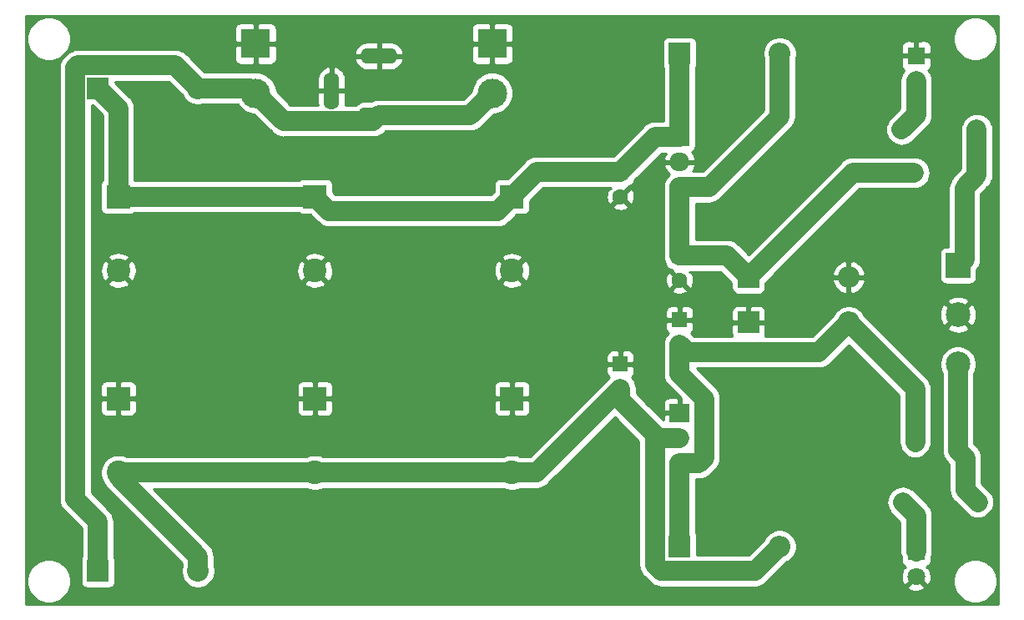
<source format=gbr>
%TF.GenerationSoftware,KiCad,Pcbnew,5.1.9-73d0e3b20d~88~ubuntu20.04.1*%
%TF.CreationDate,2021-01-04T22:42:40-05:00*%
%TF.ProjectId,mfosish_ww_supply,6d666f73-6973-4685-9f77-775f73757070,rev?*%
%TF.SameCoordinates,Original*%
%TF.FileFunction,Copper,L1,Top*%
%TF.FilePolarity,Positive*%
%FSLAX46Y46*%
G04 Gerber Fmt 4.6, Leading zero omitted, Abs format (unit mm)*
G04 Created by KiCad (PCBNEW 5.1.9-73d0e3b20d~88~ubuntu20.04.1) date 2021-01-04 22:42:40*
%MOMM*%
%LPD*%
G01*
G04 APERTURE LIST*
%TA.AperFunction,ComponentPad*%
%ADD10O,1.600000X3.800000*%
%TD*%
%TA.AperFunction,ComponentPad*%
%ADD11O,4.300000X1.600000*%
%TD*%
%TA.AperFunction,ComponentPad*%
%ADD12O,3.800000X1.600000*%
%TD*%
%TA.AperFunction,ComponentPad*%
%ADD13C,1.600000*%
%TD*%
%TA.AperFunction,ComponentPad*%
%ADD14R,1.600000X1.600000*%
%TD*%
%TA.AperFunction,ComponentPad*%
%ADD15C,3.000000*%
%TD*%
%TA.AperFunction,ComponentPad*%
%ADD16R,3.000000X3.000000*%
%TD*%
%TA.AperFunction,ComponentPad*%
%ADD17O,2.000000X1.905000*%
%TD*%
%TA.AperFunction,ComponentPad*%
%ADD18R,2.000000X1.905000*%
%TD*%
%TA.AperFunction,ComponentPad*%
%ADD19O,2.200000X2.200000*%
%TD*%
%TA.AperFunction,ComponentPad*%
%ADD20R,2.200000X2.200000*%
%TD*%
%TA.AperFunction,ComponentPad*%
%ADD21C,2.400000*%
%TD*%
%TA.AperFunction,ComponentPad*%
%ADD22R,2.400000X2.400000*%
%TD*%
%TA.AperFunction,ComponentPad*%
%ADD23O,1.600000X1.600000*%
%TD*%
%TA.AperFunction,ComponentPad*%
%ADD24C,2.500000*%
%TD*%
%TA.AperFunction,ComponentPad*%
%ADD25R,2.500000X2.500000*%
%TD*%
%TA.AperFunction,ComponentPad*%
%ADD26C,1.270000*%
%TD*%
%TA.AperFunction,ComponentPad*%
%ADD27C,1.800000*%
%TD*%
%TA.AperFunction,ComponentPad*%
%ADD28R,1.800000X1.800000*%
%TD*%
%TA.AperFunction,Conductor*%
%ADD29C,2.000000*%
%TD*%
%TA.AperFunction,Conductor*%
%ADD30C,0.254000*%
%TD*%
%TA.AperFunction,Conductor*%
%ADD31C,0.100000*%
%TD*%
G04 APERTURE END LIST*
D10*
%TO.P,J4,1*%
%TO.N,GND*%
X81700000Y-72250000D03*
D11*
%TO.P,J4,3*%
%TO.N,Net-(D1-Pad2)*%
X86500000Y-74750000D03*
D12*
%TO.P,J4,2*%
%TO.N,GND*%
X86500000Y-68750000D03*
%TD*%
D13*
%TO.P,C7,2*%
%TO.N,GND*%
X111000000Y-83000000D03*
D14*
%TO.P,C7,1*%
%TO.N,Net-(C1-Pad1)*%
X111000000Y-80500000D03*
%TD*%
D15*
%TO.P,J3,2*%
%TO.N,Net-(D1-Pad2)*%
X98000000Y-72500000D03*
D16*
%TO.P,J3,1*%
%TO.N,GND*%
X98000000Y-67500000D03*
%TD*%
D15*
%TO.P,J1,2*%
%TO.N,Net-(D1-Pad2)*%
X74000000Y-72500000D03*
D16*
%TO.P,J1,1*%
%TO.N,GND*%
X74000000Y-67500000D03*
%TD*%
D13*
%TO.P,C8,2*%
%TO.N,Net-(C2-Pad2)*%
X111000000Y-102500000D03*
D14*
%TO.P,C8,1*%
%TO.N,GND*%
X111000000Y-100000000D03*
%TD*%
D17*
%TO.P,U2,3*%
%TO.N,Net-(C10-Pad2)*%
X117000000Y-110040000D03*
%TO.P,U2,2*%
%TO.N,Net-(C2-Pad2)*%
X117000000Y-107500000D03*
D18*
%TO.P,U2,1*%
%TO.N,GND*%
X117000000Y-104960000D03*
%TD*%
D19*
%TO.P,D4,2*%
%TO.N,Net-(C2-Pad2)*%
X127160000Y-118500000D03*
D20*
%TO.P,D4,1*%
%TO.N,Net-(C10-Pad2)*%
X117000000Y-118500000D03*
%TD*%
D21*
%TO.P,C1,2*%
%TO.N,GND*%
X60080000Y-90500000D03*
D22*
%TO.P,C1,1*%
%TO.N,Net-(C1-Pad1)*%
X60080000Y-83000000D03*
%TD*%
D17*
%TO.P,U1,3*%
%TO.N,Net-(C9-Pad1)*%
X117000000Y-82040000D03*
%TO.P,U1,2*%
%TO.N,GND*%
X117000000Y-79500000D03*
D18*
%TO.P,U1,1*%
%TO.N,Net-(C1-Pad1)*%
X117000000Y-76960000D03*
%TD*%
D23*
%TO.P,R2,2*%
%TO.N,-12V*%
X147260000Y-114000000D03*
D13*
%TO.P,R2,1*%
%TO.N,Net-(D8-Pad1)*%
X139640000Y-114000000D03*
%TD*%
D23*
%TO.P,R1,2*%
%TO.N,+12V*%
X147160000Y-76200000D03*
D13*
%TO.P,R1,1*%
%TO.N,Net-(D7-Pad2)*%
X139540000Y-76200000D03*
%TD*%
D24*
%TO.P,J2,3*%
%TO.N,-12V*%
X145250000Y-100000000D03*
%TO.P,J2,2*%
%TO.N,GND*%
X145250000Y-95000000D03*
D25*
%TO.P,J2,1*%
%TO.N,+12V*%
X145250000Y-90000000D03*
%TD*%
D26*
%TO.P,F2,1*%
%TO.N,-12V*%
X146000000Y-109500000D03*
%TO.P,F2,2*%
%TO.N,Net-(C10-Pad2)*%
X140900000Y-107900000D03*
%TD*%
%TO.P,F1,1*%
%TO.N,+12V*%
X145900000Y-82200000D03*
%TO.P,F1,2*%
%TO.N,Net-(C9-Pad1)*%
X140800000Y-80600000D03*
%TD*%
D27*
%TO.P,D8,2*%
%TO.N,GND*%
X141000000Y-121540000D03*
D28*
%TO.P,D8,1*%
%TO.N,Net-(D8-Pad1)*%
X141000000Y-119000000D03*
%TD*%
D27*
%TO.P,D7,2*%
%TO.N,Net-(D7-Pad2)*%
X141000000Y-71240000D03*
D28*
%TO.P,D7,1*%
%TO.N,GND*%
X141000000Y-68700000D03*
%TD*%
D19*
%TO.P,D6,2*%
%TO.N,Net-(C10-Pad2)*%
X134160000Y-95777712D03*
D20*
%TO.P,D6,1*%
%TO.N,GND*%
X124000000Y-95777712D03*
%TD*%
D19*
%TO.P,D5,2*%
%TO.N,GND*%
X134160000Y-91180000D03*
D20*
%TO.P,D5,1*%
%TO.N,Net-(C9-Pad1)*%
X124000000Y-91180000D03*
%TD*%
D19*
%TO.P,D3,2*%
%TO.N,Net-(C9-Pad1)*%
X127160000Y-68500000D03*
D20*
%TO.P,D3,1*%
%TO.N,Net-(C1-Pad1)*%
X117000000Y-68500000D03*
%TD*%
D19*
%TO.P,D2,2*%
%TO.N,Net-(C2-Pad2)*%
X68160000Y-121000000D03*
D20*
%TO.P,D2,1*%
%TO.N,Net-(D1-Pad2)*%
X58000000Y-121000000D03*
%TD*%
D19*
%TO.P,D1,2*%
%TO.N,Net-(D1-Pad2)*%
X68160000Y-72000000D03*
D20*
%TO.P,D1,1*%
%TO.N,Net-(C1-Pad1)*%
X58000000Y-72000000D03*
%TD*%
D13*
%TO.P,C10,2*%
%TO.N,Net-(C10-Pad2)*%
X117000000Y-98000000D03*
D14*
%TO.P,C10,1*%
%TO.N,GND*%
X117000000Y-95500000D03*
%TD*%
D13*
%TO.P,C9,2*%
%TO.N,GND*%
X117000000Y-91500000D03*
D14*
%TO.P,C9,1*%
%TO.N,Net-(C9-Pad1)*%
X117000000Y-89000000D03*
%TD*%
D21*
%TO.P,C6,2*%
%TO.N,Net-(C2-Pad2)*%
X100000000Y-111000000D03*
D22*
%TO.P,C6,1*%
%TO.N,GND*%
X100000000Y-103500000D03*
%TD*%
D21*
%TO.P,C5,2*%
%TO.N,GND*%
X100000000Y-90500000D03*
D22*
%TO.P,C5,1*%
%TO.N,Net-(C1-Pad1)*%
X100000000Y-83000000D03*
%TD*%
D21*
%TO.P,C4,2*%
%TO.N,Net-(C2-Pad2)*%
X80000000Y-111000000D03*
D22*
%TO.P,C4,1*%
%TO.N,GND*%
X80000000Y-103500000D03*
%TD*%
D21*
%TO.P,C3,2*%
%TO.N,GND*%
X80000000Y-90500000D03*
D22*
%TO.P,C3,1*%
%TO.N,Net-(C1-Pad1)*%
X80000000Y-83000000D03*
%TD*%
D21*
%TO.P,C2,2*%
%TO.N,Net-(C2-Pad2)*%
X60080000Y-111000000D03*
D22*
%TO.P,C2,1*%
%TO.N,GND*%
X60080000Y-103500000D03*
%TD*%
D29*
%TO.N,Net-(C1-Pad1)*%
X60000000Y-83000000D02*
X80000000Y-83000000D01*
X117000000Y-68500000D02*
X117000000Y-76960000D01*
X114540000Y-76960000D02*
X117000000Y-76960000D01*
X111000000Y-80500000D02*
X114540000Y-76960000D01*
X102500000Y-80500000D02*
X111000000Y-80500000D01*
X100000000Y-83000000D02*
X102500000Y-80500000D01*
X60080000Y-74080000D02*
X60080000Y-83000000D01*
X58000000Y-72000000D02*
X60080000Y-74080000D01*
X98549990Y-84450010D02*
X100000000Y-83000000D01*
X80000000Y-83000000D02*
X81450010Y-84450010D01*
X81450010Y-84450010D02*
X98549990Y-84450010D01*
%TO.N,Net-(C2-Pad2)*%
X80000000Y-111000000D02*
X100000000Y-111000000D01*
X60080000Y-111000000D02*
X80000000Y-111000000D01*
X102500000Y-111000000D02*
X111000000Y-102500000D01*
X100000000Y-111000000D02*
X102500000Y-111000000D01*
X114868630Y-107500000D02*
X117000000Y-107500000D01*
X111000000Y-103631370D02*
X114868630Y-107500000D01*
X111000000Y-102500000D02*
X111000000Y-103631370D01*
X68160000Y-119500000D02*
X68160000Y-121000000D01*
X60080000Y-111420000D02*
X68160000Y-119500000D01*
X60080000Y-111000000D02*
X60080000Y-111420000D01*
X124660000Y-121000000D02*
X127160000Y-118500000D01*
X115139998Y-121000000D02*
X124660000Y-121000000D01*
X114500000Y-120360002D02*
X115139998Y-121000000D01*
X114500000Y-107868630D02*
X114500000Y-120360002D01*
X114868630Y-107500000D02*
X114500000Y-107868630D01*
%TO.N,Net-(C9-Pad1)*%
X127160000Y-74880000D02*
X120000000Y-82040000D01*
X120000000Y-82040000D02*
X117000000Y-82040000D01*
X127160000Y-68500000D02*
X127160000Y-74880000D01*
X117000000Y-82040000D02*
X117000000Y-89000000D01*
X121820000Y-89000000D02*
X124000000Y-91180000D01*
X117000000Y-89000000D02*
X121820000Y-89000000D01*
X134580000Y-80600000D02*
X124000000Y-91180000D01*
X140800000Y-80600000D02*
X134580000Y-80600000D01*
%TO.N,Net-(C10-Pad2)*%
X140900000Y-102517712D02*
X134160000Y-95777712D01*
X140900000Y-107900000D02*
X140900000Y-102517712D01*
X117799999Y-98799999D02*
X117000000Y-98000000D01*
X134160000Y-95777712D02*
X131137713Y-98799999D01*
X131137713Y-98799999D02*
X117799999Y-98799999D01*
X117000000Y-110059674D02*
X117000000Y-118500000D01*
X117019673Y-110040000D02*
X117009837Y-110049836D01*
X118960000Y-110040000D02*
X117019673Y-110040000D01*
X119500000Y-109500000D02*
X118960000Y-110040000D01*
X119500000Y-103500000D02*
X119500000Y-109500000D01*
X117000000Y-101000000D02*
X119500000Y-103500000D01*
X117000000Y-98000000D02*
X117000000Y-101000000D01*
%TO.N,Net-(D1-Pad2)*%
X55699999Y-113699999D02*
X58000000Y-116000000D01*
X55939999Y-69699999D02*
X55699999Y-69939999D01*
X65859999Y-69699999D02*
X55939999Y-69699999D01*
X58000000Y-116000000D02*
X58000000Y-121000000D01*
X55699999Y-69939999D02*
X55699999Y-113699999D01*
X68160000Y-72000000D02*
X65859999Y-69699999D01*
X73500000Y-72000000D02*
X74000000Y-72500000D01*
X68160000Y-72000000D02*
X73500000Y-72000000D01*
X85899990Y-75350010D02*
X86500000Y-74750000D01*
X76850010Y-75350010D02*
X85899990Y-75350010D01*
X74000000Y-72500000D02*
X76850010Y-75350010D01*
X95750000Y-74750000D02*
X98000000Y-72500000D01*
X86500000Y-74750000D02*
X95750000Y-74750000D01*
%TO.N,Net-(D7-Pad2)*%
X141000000Y-74740000D02*
X139540000Y-76200000D01*
X141000000Y-71240000D02*
X141000000Y-74740000D01*
%TO.N,Net-(D8-Pad1)*%
X141000000Y-115360000D02*
X139640000Y-114000000D01*
X141000000Y-119000000D02*
X141000000Y-115360000D01*
%TO.N,+12V*%
X147160000Y-80840000D02*
X146000000Y-82000000D01*
X147160000Y-76200000D02*
X147160000Y-80840000D01*
X145900000Y-89350000D02*
X145250000Y-90000000D01*
X145900000Y-82200000D02*
X145900000Y-89350000D01*
%TO.N,-12V*%
X145250000Y-108750000D02*
X146000000Y-109500000D01*
X145250000Y-100000000D02*
X145250000Y-108750000D01*
X146000000Y-112740000D02*
X147260000Y-114000000D01*
X146000000Y-109500000D02*
X146000000Y-112740000D01*
%TD*%
D30*
%TO.N,GND*%
X149340001Y-124340000D02*
X50660000Y-124340000D01*
X50660000Y-121779872D01*
X50765000Y-121779872D01*
X50765000Y-122220128D01*
X50850890Y-122651925D01*
X51019369Y-123058669D01*
X51263962Y-123424729D01*
X51575271Y-123736038D01*
X51941331Y-123980631D01*
X52348075Y-124149110D01*
X52779872Y-124235000D01*
X53220128Y-124235000D01*
X53651925Y-124149110D01*
X54058669Y-123980631D01*
X54424729Y-123736038D01*
X54736038Y-123424729D01*
X54980631Y-123058669D01*
X55149110Y-122651925D01*
X55235000Y-122220128D01*
X55235000Y-121779872D01*
X55149110Y-121348075D01*
X54980631Y-120941331D01*
X54736038Y-120575271D01*
X54424729Y-120263962D01*
X54058669Y-120019369D01*
X53651925Y-119850890D01*
X53220128Y-119765000D01*
X52779872Y-119765000D01*
X52348075Y-119850890D01*
X51941331Y-120019369D01*
X51575271Y-120263962D01*
X51263962Y-120575271D01*
X51019369Y-120941331D01*
X50850890Y-121348075D01*
X50765000Y-121779872D01*
X50660000Y-121779872D01*
X50660000Y-69939999D01*
X54057088Y-69939999D01*
X54064999Y-70020318D01*
X54065000Y-113619670D01*
X54057088Y-113699999D01*
X54088657Y-114020515D01*
X54182147Y-114328713D01*
X54264160Y-114482148D01*
X54333969Y-114612751D01*
X54538286Y-114861713D01*
X54600681Y-114912919D01*
X56365000Y-116677240D01*
X56365001Y-119553854D01*
X56310498Y-119655820D01*
X56274188Y-119775518D01*
X56261928Y-119900000D01*
X56261928Y-122100000D01*
X56274188Y-122224482D01*
X56310498Y-122344180D01*
X56369463Y-122454494D01*
X56448815Y-122551185D01*
X56545506Y-122630537D01*
X56655820Y-122689502D01*
X56775518Y-122725812D01*
X56900000Y-122738072D01*
X59100000Y-122738072D01*
X59224482Y-122725812D01*
X59344180Y-122689502D01*
X59454494Y-122630537D01*
X59551185Y-122551185D01*
X59630537Y-122454494D01*
X59689502Y-122344180D01*
X59725812Y-122224482D01*
X59738072Y-122100000D01*
X59738072Y-119900000D01*
X59725812Y-119775518D01*
X59689502Y-119655820D01*
X59635000Y-119553856D01*
X59635000Y-116080322D01*
X59642911Y-116000000D01*
X59611343Y-115679483D01*
X59517852Y-115371285D01*
X59515043Y-115366030D01*
X59366031Y-115087248D01*
X59161714Y-114838286D01*
X59099325Y-114787085D01*
X57334999Y-113022761D01*
X57334999Y-110819268D01*
X58245000Y-110819268D01*
X58245000Y-111180732D01*
X58315518Y-111535250D01*
X58453844Y-111869199D01*
X58552466Y-112016797D01*
X58562148Y-112048715D01*
X58713969Y-112332752D01*
X58918286Y-112581714D01*
X58980686Y-112632924D01*
X66525000Y-120177240D01*
X66525000Y-120413465D01*
X66491675Y-120493919D01*
X66425000Y-120829117D01*
X66425000Y-121170883D01*
X66491675Y-121506081D01*
X66622463Y-121821831D01*
X66812337Y-122105998D01*
X67054002Y-122347663D01*
X67338169Y-122537537D01*
X67653919Y-122668325D01*
X67989117Y-122735000D01*
X68330883Y-122735000D01*
X68666081Y-122668325D01*
X68981831Y-122537537D01*
X69265998Y-122347663D01*
X69507663Y-122105998D01*
X69697537Y-121821831D01*
X69828325Y-121506081D01*
X69895000Y-121170883D01*
X69895000Y-120829117D01*
X69828325Y-120493919D01*
X69795000Y-120413465D01*
X69795000Y-119580322D01*
X69802911Y-119500000D01*
X69771343Y-119179483D01*
X69677852Y-118871285D01*
X69650715Y-118820516D01*
X69526031Y-118587248D01*
X69321714Y-118338286D01*
X69259325Y-118287085D01*
X63607239Y-112635000D01*
X79152152Y-112635000D01*
X79464750Y-112764482D01*
X79819268Y-112835000D01*
X80180732Y-112835000D01*
X80535250Y-112764482D01*
X80847848Y-112635000D01*
X99152152Y-112635000D01*
X99464750Y-112764482D01*
X99819268Y-112835000D01*
X100180732Y-112835000D01*
X100535250Y-112764482D01*
X100847848Y-112635000D01*
X102419681Y-112635000D01*
X102500000Y-112642911D01*
X102580319Y-112635000D01*
X102580322Y-112635000D01*
X102820516Y-112611343D01*
X103128715Y-112517852D01*
X103412752Y-112366031D01*
X103661714Y-112161714D01*
X103712925Y-112099313D01*
X110434315Y-105377923D01*
X112863180Y-107806789D01*
X112857089Y-107868630D01*
X112865000Y-107948949D01*
X112865001Y-120279673D01*
X112857089Y-120360002D01*
X112888658Y-120680518D01*
X112982148Y-120988716D01*
X113133970Y-121272754D01*
X113338287Y-121521716D01*
X113400682Y-121572922D01*
X113927073Y-122099313D01*
X113978284Y-122161714D01*
X114227246Y-122366031D01*
X114392749Y-122454494D01*
X114511283Y-122517852D01*
X114819481Y-122611343D01*
X115139998Y-122642911D01*
X115220320Y-122635000D01*
X124579681Y-122635000D01*
X124660000Y-122642911D01*
X124740319Y-122635000D01*
X124740322Y-122635000D01*
X124980516Y-122611343D01*
X125004458Y-122604080D01*
X140115525Y-122604080D01*
X140199208Y-122858261D01*
X140471775Y-122989158D01*
X140764642Y-123064365D01*
X141066553Y-123080991D01*
X141365907Y-123038397D01*
X141651199Y-122938222D01*
X141800792Y-122858261D01*
X141884475Y-122604080D01*
X141000000Y-121719605D01*
X140115525Y-122604080D01*
X125004458Y-122604080D01*
X125288715Y-122517852D01*
X125572752Y-122366031D01*
X125821714Y-122161714D01*
X125872925Y-122099313D01*
X127901376Y-120070862D01*
X127981831Y-120037537D01*
X128265998Y-119847663D01*
X128507663Y-119605998D01*
X128697537Y-119321831D01*
X128828325Y-119006081D01*
X128895000Y-118670883D01*
X128895000Y-118329117D01*
X128828325Y-117993919D01*
X128697537Y-117678169D01*
X128507663Y-117394002D01*
X128265998Y-117152337D01*
X127981831Y-116962463D01*
X127666081Y-116831675D01*
X127330883Y-116765000D01*
X126989117Y-116765000D01*
X126653919Y-116831675D01*
X126338169Y-116962463D01*
X126054002Y-117152337D01*
X125812337Y-117394002D01*
X125622463Y-117678169D01*
X125589138Y-117758624D01*
X123982762Y-119365000D01*
X118738072Y-119365000D01*
X118738072Y-117400000D01*
X118725812Y-117275518D01*
X118689502Y-117155820D01*
X118635000Y-117053856D01*
X118635000Y-114000000D01*
X137997089Y-114000000D01*
X138028658Y-114320516D01*
X138122148Y-114628714D01*
X138273970Y-114912752D01*
X138427085Y-115099323D01*
X139365001Y-116037239D01*
X139365000Y-119080321D01*
X139388657Y-119320515D01*
X139461928Y-119562057D01*
X139461928Y-119900000D01*
X139474188Y-120024482D01*
X139510498Y-120144180D01*
X139569463Y-120254494D01*
X139648815Y-120351185D01*
X139745506Y-120430537D01*
X139855820Y-120489502D01*
X139866735Y-120492813D01*
X139819970Y-120539578D01*
X139935918Y-120655526D01*
X139681739Y-120739208D01*
X139550842Y-121011775D01*
X139475635Y-121304642D01*
X139459009Y-121606553D01*
X139501603Y-121905907D01*
X139601778Y-122191199D01*
X139681739Y-122340792D01*
X139935920Y-122424475D01*
X140820395Y-121540000D01*
X140806253Y-121525858D01*
X140985858Y-121346253D01*
X141000000Y-121360395D01*
X141014143Y-121346253D01*
X141193748Y-121525858D01*
X141179605Y-121540000D01*
X142064080Y-122424475D01*
X142318261Y-122340792D01*
X142449158Y-122068225D01*
X142523205Y-121779872D01*
X144765000Y-121779872D01*
X144765000Y-122220128D01*
X144850890Y-122651925D01*
X145019369Y-123058669D01*
X145263962Y-123424729D01*
X145575271Y-123736038D01*
X145941331Y-123980631D01*
X146348075Y-124149110D01*
X146779872Y-124235000D01*
X147220128Y-124235000D01*
X147651925Y-124149110D01*
X148058669Y-123980631D01*
X148424729Y-123736038D01*
X148736038Y-123424729D01*
X148980631Y-123058669D01*
X149149110Y-122651925D01*
X149235000Y-122220128D01*
X149235000Y-121779872D01*
X149149110Y-121348075D01*
X148980631Y-120941331D01*
X148736038Y-120575271D01*
X148424729Y-120263962D01*
X148058669Y-120019369D01*
X147651925Y-119850890D01*
X147220128Y-119765000D01*
X146779872Y-119765000D01*
X146348075Y-119850890D01*
X145941331Y-120019369D01*
X145575271Y-120263962D01*
X145263962Y-120575271D01*
X145019369Y-120941331D01*
X144850890Y-121348075D01*
X144765000Y-121779872D01*
X142523205Y-121779872D01*
X142524365Y-121775358D01*
X142540991Y-121473447D01*
X142498397Y-121174093D01*
X142398222Y-120888801D01*
X142318261Y-120739208D01*
X142064082Y-120655526D01*
X142180030Y-120539578D01*
X142133265Y-120492813D01*
X142144180Y-120489502D01*
X142254494Y-120430537D01*
X142351185Y-120351185D01*
X142430537Y-120254494D01*
X142489502Y-120144180D01*
X142525812Y-120024482D01*
X142538072Y-119900000D01*
X142538072Y-119562058D01*
X142611343Y-119320516D01*
X142635000Y-119080322D01*
X142635000Y-115440319D01*
X142642911Y-115359999D01*
X142634212Y-115271680D01*
X142611343Y-115039484D01*
X142517852Y-114731285D01*
X142366031Y-114447248D01*
X142161714Y-114198286D01*
X142099318Y-114147079D01*
X140739323Y-112787085D01*
X140552752Y-112633970D01*
X140268714Y-112482148D01*
X139960516Y-112388658D01*
X139640000Y-112357089D01*
X139319484Y-112388658D01*
X139011286Y-112482148D01*
X138727248Y-112633970D01*
X138478287Y-112838287D01*
X138273970Y-113087248D01*
X138122148Y-113371286D01*
X138028658Y-113679484D01*
X137997089Y-114000000D01*
X118635000Y-114000000D01*
X118635000Y-111675000D01*
X118879681Y-111675000D01*
X118960000Y-111682911D01*
X119040319Y-111675000D01*
X119040322Y-111675000D01*
X119280516Y-111651343D01*
X119588715Y-111557852D01*
X119872752Y-111406031D01*
X120121714Y-111201714D01*
X120172925Y-111139313D01*
X120599313Y-110712925D01*
X120661714Y-110661714D01*
X120866031Y-110412752D01*
X121017852Y-110128715D01*
X121111343Y-109820516D01*
X121135000Y-109580322D01*
X121135000Y-109580320D01*
X121142911Y-109500001D01*
X121135000Y-109419678D01*
X121135000Y-103580319D01*
X121142911Y-103500000D01*
X121135000Y-103419678D01*
X121111343Y-103179484D01*
X121017852Y-102871285D01*
X120866031Y-102587248D01*
X120661714Y-102338286D01*
X120599320Y-102287081D01*
X118747237Y-100434999D01*
X131057394Y-100434999D01*
X131137713Y-100442910D01*
X131218032Y-100434999D01*
X131218035Y-100434999D01*
X131458229Y-100411342D01*
X131766428Y-100317851D01*
X132050465Y-100166030D01*
X132299427Y-99961713D01*
X132350638Y-99899312D01*
X134160000Y-98089950D01*
X139265001Y-103194952D01*
X139265000Y-107980321D01*
X139288657Y-108220515D01*
X139382148Y-108528714D01*
X139533969Y-108812751D01*
X139738286Y-109061714D01*
X139987248Y-109266031D01*
X140271285Y-109417852D01*
X140579484Y-109511343D01*
X140900000Y-109542911D01*
X141220515Y-109511343D01*
X141528714Y-109417852D01*
X141812751Y-109266031D01*
X142061714Y-109061714D01*
X142266031Y-108812752D01*
X142417852Y-108528715D01*
X142511343Y-108220516D01*
X142535000Y-107980322D01*
X142535000Y-102598031D01*
X142542911Y-102517711D01*
X142535000Y-102437390D01*
X142511343Y-102197196D01*
X142417852Y-101888997D01*
X142266031Y-101604960D01*
X142061714Y-101355998D01*
X141999319Y-101304792D01*
X140508871Y-99814344D01*
X143365000Y-99814344D01*
X143365000Y-100185656D01*
X143437439Y-100549834D01*
X143579534Y-100892882D01*
X143615000Y-100945961D01*
X143615001Y-108669671D01*
X143607089Y-108750000D01*
X143638658Y-109070516D01*
X143732148Y-109378714D01*
X143836885Y-109574662D01*
X143883970Y-109662752D01*
X144088287Y-109911714D01*
X144150682Y-109962920D01*
X144365000Y-110177238D01*
X144365001Y-112659671D01*
X144357089Y-112740000D01*
X144388658Y-113060516D01*
X144482148Y-113368714D01*
X144595845Y-113581426D01*
X144633970Y-113652752D01*
X144838287Y-113901714D01*
X144900682Y-113952920D01*
X146160676Y-115212915D01*
X146347247Y-115366030D01*
X146631285Y-115517852D01*
X146939483Y-115611342D01*
X147259999Y-115642911D01*
X147580516Y-115611342D01*
X147888714Y-115517852D01*
X148172752Y-115366030D01*
X148421713Y-115161713D01*
X148626030Y-114912752D01*
X148777852Y-114628714D01*
X148871342Y-114320516D01*
X148902911Y-113999999D01*
X148871342Y-113679483D01*
X148777852Y-113371285D01*
X148626030Y-113087247D01*
X148472915Y-112900676D01*
X147635000Y-112062762D01*
X147635000Y-109580319D01*
X147642911Y-109499999D01*
X147634173Y-109411285D01*
X147611343Y-109179484D01*
X147517852Y-108871285D01*
X147366031Y-108587248D01*
X147161714Y-108338286D01*
X147099314Y-108287076D01*
X146885000Y-108072762D01*
X146885000Y-100945961D01*
X146920466Y-100892882D01*
X147062561Y-100549834D01*
X147135000Y-100185656D01*
X147135000Y-99814344D01*
X147062561Y-99450166D01*
X146920466Y-99107118D01*
X146714175Y-98798382D01*
X146451618Y-98535825D01*
X146142882Y-98329534D01*
X145799834Y-98187439D01*
X145435656Y-98115000D01*
X145064344Y-98115000D01*
X144700166Y-98187439D01*
X144357118Y-98329534D01*
X144048382Y-98535825D01*
X143785825Y-98798382D01*
X143579534Y-99107118D01*
X143437439Y-99450166D01*
X143365000Y-99814344D01*
X140508871Y-99814344D01*
X137008132Y-96313605D01*
X144116000Y-96313605D01*
X144241914Y-96603577D01*
X144574126Y-96769433D01*
X144932312Y-96867290D01*
X145302706Y-96893389D01*
X145671075Y-96846725D01*
X146023262Y-96729094D01*
X146258086Y-96603577D01*
X146384000Y-96313605D01*
X145250000Y-95179605D01*
X144116000Y-96313605D01*
X137008132Y-96313605D01*
X135747233Y-95052706D01*
X143356611Y-95052706D01*
X143403275Y-95421075D01*
X143520906Y-95773262D01*
X143646423Y-96008086D01*
X143936395Y-96134000D01*
X145070395Y-95000000D01*
X145429605Y-95000000D01*
X146563605Y-96134000D01*
X146853577Y-96008086D01*
X147019433Y-95675874D01*
X147117290Y-95317688D01*
X147143389Y-94947294D01*
X147096725Y-94578925D01*
X146979094Y-94226738D01*
X146853577Y-93991914D01*
X146563605Y-93866000D01*
X145429605Y-95000000D01*
X145070395Y-95000000D01*
X143936395Y-93866000D01*
X143646423Y-93991914D01*
X143480567Y-94324126D01*
X143382710Y-94682312D01*
X143356611Y-95052706D01*
X135747233Y-95052706D01*
X135730863Y-95036337D01*
X135697537Y-94955881D01*
X135507663Y-94671714D01*
X135265998Y-94430049D01*
X134981831Y-94240175D01*
X134666081Y-94109387D01*
X134330883Y-94042712D01*
X133989117Y-94042712D01*
X133653919Y-94109387D01*
X133338169Y-94240175D01*
X133054002Y-94430049D01*
X132812337Y-94671714D01*
X132622463Y-94955881D01*
X132589138Y-95036336D01*
X130460475Y-97164999D01*
X125666460Y-97164999D01*
X125689502Y-97121892D01*
X125725812Y-97002194D01*
X125738072Y-96877712D01*
X125735000Y-96063462D01*
X125576250Y-95904712D01*
X124127000Y-95904712D01*
X124127000Y-95924712D01*
X123873000Y-95924712D01*
X123873000Y-95904712D01*
X122423750Y-95904712D01*
X122265000Y-96063462D01*
X122261928Y-96877712D01*
X122274188Y-97002194D01*
X122310498Y-97121892D01*
X122333540Y-97164999D01*
X118477237Y-97164999D01*
X118212925Y-96900687D01*
X118161714Y-96838286D01*
X118153148Y-96831256D01*
X118154494Y-96830537D01*
X118251185Y-96751185D01*
X118330537Y-96654494D01*
X118389502Y-96544180D01*
X118425812Y-96424482D01*
X118438072Y-96300000D01*
X118435000Y-95785750D01*
X118276250Y-95627000D01*
X117127000Y-95627000D01*
X117127000Y-95647000D01*
X116873000Y-95647000D01*
X116873000Y-95627000D01*
X115723750Y-95627000D01*
X115565000Y-95785750D01*
X115561928Y-96300000D01*
X115574188Y-96424482D01*
X115610498Y-96544180D01*
X115669463Y-96654494D01*
X115748815Y-96751185D01*
X115845506Y-96830537D01*
X115846852Y-96831256D01*
X115838286Y-96838286D01*
X115633969Y-97087249D01*
X115482148Y-97371286D01*
X115388657Y-97679485D01*
X115365000Y-97919678D01*
X115357089Y-98000000D01*
X115365000Y-98080320D01*
X115365001Y-100919671D01*
X115357089Y-101000000D01*
X115388658Y-101320516D01*
X115482148Y-101628714D01*
X115525863Y-101710498D01*
X115633970Y-101912752D01*
X115838287Y-102161714D01*
X115900682Y-102212920D01*
X117173006Y-103485244D01*
X117127000Y-103531250D01*
X117127000Y-104833000D01*
X117147000Y-104833000D01*
X117147000Y-105087000D01*
X117127000Y-105087000D01*
X117127000Y-105107000D01*
X116873000Y-105107000D01*
X116873000Y-105087000D01*
X115523750Y-105087000D01*
X115365000Y-105245750D01*
X115362989Y-105682121D01*
X113688368Y-104007500D01*
X115361928Y-104007500D01*
X115365000Y-104674250D01*
X115523750Y-104833000D01*
X116873000Y-104833000D01*
X116873000Y-103531250D01*
X116714250Y-103372500D01*
X116000000Y-103369428D01*
X115875518Y-103381688D01*
X115755820Y-103417998D01*
X115645506Y-103476963D01*
X115548815Y-103556315D01*
X115469463Y-103653006D01*
X115410498Y-103763320D01*
X115374188Y-103883018D01*
X115361928Y-104007500D01*
X113688368Y-104007500D01*
X112635000Y-102954132D01*
X112635000Y-102580320D01*
X112642911Y-102500001D01*
X112635000Y-102419678D01*
X112611343Y-102179484D01*
X112517852Y-101871285D01*
X112366031Y-101587248D01*
X112161714Y-101338286D01*
X112153148Y-101331256D01*
X112154494Y-101330537D01*
X112251185Y-101251185D01*
X112330537Y-101154494D01*
X112389502Y-101044180D01*
X112425812Y-100924482D01*
X112438072Y-100800000D01*
X112435000Y-100285750D01*
X112276250Y-100127000D01*
X111127000Y-100127000D01*
X111127000Y-100147000D01*
X110873000Y-100147000D01*
X110873000Y-100127000D01*
X109723750Y-100127000D01*
X109565000Y-100285750D01*
X109561928Y-100800000D01*
X109574188Y-100924482D01*
X109610498Y-101044180D01*
X109669463Y-101154494D01*
X109748815Y-101251185D01*
X109845506Y-101330537D01*
X109846852Y-101331256D01*
X109838286Y-101338286D01*
X109787081Y-101400680D01*
X101822762Y-109365000D01*
X100847848Y-109365000D01*
X100535250Y-109235518D01*
X100180732Y-109165000D01*
X99819268Y-109165000D01*
X99464750Y-109235518D01*
X99152152Y-109365000D01*
X80847848Y-109365000D01*
X80535250Y-109235518D01*
X80180732Y-109165000D01*
X79819268Y-109165000D01*
X79464750Y-109235518D01*
X79152152Y-109365000D01*
X60927848Y-109365000D01*
X60615250Y-109235518D01*
X60260732Y-109165000D01*
X59899268Y-109165000D01*
X59544750Y-109235518D01*
X59210801Y-109373844D01*
X58910256Y-109574662D01*
X58654662Y-109830256D01*
X58453844Y-110130801D01*
X58315518Y-110464750D01*
X58245000Y-110819268D01*
X57334999Y-110819268D01*
X57334999Y-104700000D01*
X58241928Y-104700000D01*
X58254188Y-104824482D01*
X58290498Y-104944180D01*
X58349463Y-105054494D01*
X58428815Y-105151185D01*
X58525506Y-105230537D01*
X58635820Y-105289502D01*
X58755518Y-105325812D01*
X58880000Y-105338072D01*
X59794250Y-105335000D01*
X59953000Y-105176250D01*
X59953000Y-103627000D01*
X60207000Y-103627000D01*
X60207000Y-105176250D01*
X60365750Y-105335000D01*
X61280000Y-105338072D01*
X61404482Y-105325812D01*
X61524180Y-105289502D01*
X61634494Y-105230537D01*
X61731185Y-105151185D01*
X61810537Y-105054494D01*
X61869502Y-104944180D01*
X61905812Y-104824482D01*
X61918072Y-104700000D01*
X78161928Y-104700000D01*
X78174188Y-104824482D01*
X78210498Y-104944180D01*
X78269463Y-105054494D01*
X78348815Y-105151185D01*
X78445506Y-105230537D01*
X78555820Y-105289502D01*
X78675518Y-105325812D01*
X78800000Y-105338072D01*
X79714250Y-105335000D01*
X79873000Y-105176250D01*
X79873000Y-103627000D01*
X80127000Y-103627000D01*
X80127000Y-105176250D01*
X80285750Y-105335000D01*
X81200000Y-105338072D01*
X81324482Y-105325812D01*
X81444180Y-105289502D01*
X81554494Y-105230537D01*
X81651185Y-105151185D01*
X81730537Y-105054494D01*
X81789502Y-104944180D01*
X81825812Y-104824482D01*
X81838072Y-104700000D01*
X98161928Y-104700000D01*
X98174188Y-104824482D01*
X98210498Y-104944180D01*
X98269463Y-105054494D01*
X98348815Y-105151185D01*
X98445506Y-105230537D01*
X98555820Y-105289502D01*
X98675518Y-105325812D01*
X98800000Y-105338072D01*
X99714250Y-105335000D01*
X99873000Y-105176250D01*
X99873000Y-103627000D01*
X100127000Y-103627000D01*
X100127000Y-105176250D01*
X100285750Y-105335000D01*
X101200000Y-105338072D01*
X101324482Y-105325812D01*
X101444180Y-105289502D01*
X101554494Y-105230537D01*
X101651185Y-105151185D01*
X101730537Y-105054494D01*
X101789502Y-104944180D01*
X101825812Y-104824482D01*
X101838072Y-104700000D01*
X101835000Y-103785750D01*
X101676250Y-103627000D01*
X100127000Y-103627000D01*
X99873000Y-103627000D01*
X98323750Y-103627000D01*
X98165000Y-103785750D01*
X98161928Y-104700000D01*
X81838072Y-104700000D01*
X81835000Y-103785750D01*
X81676250Y-103627000D01*
X80127000Y-103627000D01*
X79873000Y-103627000D01*
X78323750Y-103627000D01*
X78165000Y-103785750D01*
X78161928Y-104700000D01*
X61918072Y-104700000D01*
X61915000Y-103785750D01*
X61756250Y-103627000D01*
X60207000Y-103627000D01*
X59953000Y-103627000D01*
X58403750Y-103627000D01*
X58245000Y-103785750D01*
X58241928Y-104700000D01*
X57334999Y-104700000D01*
X57334999Y-102300000D01*
X58241928Y-102300000D01*
X58245000Y-103214250D01*
X58403750Y-103373000D01*
X59953000Y-103373000D01*
X59953000Y-101823750D01*
X60207000Y-101823750D01*
X60207000Y-103373000D01*
X61756250Y-103373000D01*
X61915000Y-103214250D01*
X61918072Y-102300000D01*
X78161928Y-102300000D01*
X78165000Y-103214250D01*
X78323750Y-103373000D01*
X79873000Y-103373000D01*
X79873000Y-101823750D01*
X80127000Y-101823750D01*
X80127000Y-103373000D01*
X81676250Y-103373000D01*
X81835000Y-103214250D01*
X81838072Y-102300000D01*
X98161928Y-102300000D01*
X98165000Y-103214250D01*
X98323750Y-103373000D01*
X99873000Y-103373000D01*
X99873000Y-101823750D01*
X100127000Y-101823750D01*
X100127000Y-103373000D01*
X101676250Y-103373000D01*
X101835000Y-103214250D01*
X101838072Y-102300000D01*
X101825812Y-102175518D01*
X101789502Y-102055820D01*
X101730537Y-101945506D01*
X101651185Y-101848815D01*
X101554494Y-101769463D01*
X101444180Y-101710498D01*
X101324482Y-101674188D01*
X101200000Y-101661928D01*
X100285750Y-101665000D01*
X100127000Y-101823750D01*
X99873000Y-101823750D01*
X99714250Y-101665000D01*
X98800000Y-101661928D01*
X98675518Y-101674188D01*
X98555820Y-101710498D01*
X98445506Y-101769463D01*
X98348815Y-101848815D01*
X98269463Y-101945506D01*
X98210498Y-102055820D01*
X98174188Y-102175518D01*
X98161928Y-102300000D01*
X81838072Y-102300000D01*
X81825812Y-102175518D01*
X81789502Y-102055820D01*
X81730537Y-101945506D01*
X81651185Y-101848815D01*
X81554494Y-101769463D01*
X81444180Y-101710498D01*
X81324482Y-101674188D01*
X81200000Y-101661928D01*
X80285750Y-101665000D01*
X80127000Y-101823750D01*
X79873000Y-101823750D01*
X79714250Y-101665000D01*
X78800000Y-101661928D01*
X78675518Y-101674188D01*
X78555820Y-101710498D01*
X78445506Y-101769463D01*
X78348815Y-101848815D01*
X78269463Y-101945506D01*
X78210498Y-102055820D01*
X78174188Y-102175518D01*
X78161928Y-102300000D01*
X61918072Y-102300000D01*
X61905812Y-102175518D01*
X61869502Y-102055820D01*
X61810537Y-101945506D01*
X61731185Y-101848815D01*
X61634494Y-101769463D01*
X61524180Y-101710498D01*
X61404482Y-101674188D01*
X61280000Y-101661928D01*
X60365750Y-101665000D01*
X60207000Y-101823750D01*
X59953000Y-101823750D01*
X59794250Y-101665000D01*
X58880000Y-101661928D01*
X58755518Y-101674188D01*
X58635820Y-101710498D01*
X58525506Y-101769463D01*
X58428815Y-101848815D01*
X58349463Y-101945506D01*
X58290498Y-102055820D01*
X58254188Y-102175518D01*
X58241928Y-102300000D01*
X57334999Y-102300000D01*
X57334999Y-99200000D01*
X109561928Y-99200000D01*
X109565000Y-99714250D01*
X109723750Y-99873000D01*
X110873000Y-99873000D01*
X110873000Y-98723750D01*
X111127000Y-98723750D01*
X111127000Y-99873000D01*
X112276250Y-99873000D01*
X112435000Y-99714250D01*
X112438072Y-99200000D01*
X112425812Y-99075518D01*
X112389502Y-98955820D01*
X112330537Y-98845506D01*
X112251185Y-98748815D01*
X112154494Y-98669463D01*
X112044180Y-98610498D01*
X111924482Y-98574188D01*
X111800000Y-98561928D01*
X111285750Y-98565000D01*
X111127000Y-98723750D01*
X110873000Y-98723750D01*
X110714250Y-98565000D01*
X110200000Y-98561928D01*
X110075518Y-98574188D01*
X109955820Y-98610498D01*
X109845506Y-98669463D01*
X109748815Y-98748815D01*
X109669463Y-98845506D01*
X109610498Y-98955820D01*
X109574188Y-99075518D01*
X109561928Y-99200000D01*
X57334999Y-99200000D01*
X57334999Y-94700000D01*
X115561928Y-94700000D01*
X115565000Y-95214250D01*
X115723750Y-95373000D01*
X116873000Y-95373000D01*
X116873000Y-94223750D01*
X117127000Y-94223750D01*
X117127000Y-95373000D01*
X118276250Y-95373000D01*
X118435000Y-95214250D01*
X118438072Y-94700000D01*
X118435877Y-94677712D01*
X122261928Y-94677712D01*
X122265000Y-95491962D01*
X122423750Y-95650712D01*
X123873000Y-95650712D01*
X123873000Y-94201462D01*
X124127000Y-94201462D01*
X124127000Y-95650712D01*
X125576250Y-95650712D01*
X125735000Y-95491962D01*
X125738072Y-94677712D01*
X125725812Y-94553230D01*
X125689502Y-94433532D01*
X125630537Y-94323218D01*
X125551185Y-94226527D01*
X125454494Y-94147175D01*
X125344180Y-94088210D01*
X125224482Y-94051900D01*
X125100000Y-94039640D01*
X124285750Y-94042712D01*
X124127000Y-94201462D01*
X123873000Y-94201462D01*
X123714250Y-94042712D01*
X122900000Y-94039640D01*
X122775518Y-94051900D01*
X122655820Y-94088210D01*
X122545506Y-94147175D01*
X122448815Y-94226527D01*
X122369463Y-94323218D01*
X122310498Y-94433532D01*
X122274188Y-94553230D01*
X122261928Y-94677712D01*
X118435877Y-94677712D01*
X118425812Y-94575518D01*
X118389502Y-94455820D01*
X118330537Y-94345506D01*
X118251185Y-94248815D01*
X118154494Y-94169463D01*
X118044180Y-94110498D01*
X117924482Y-94074188D01*
X117800000Y-94061928D01*
X117285750Y-94065000D01*
X117127000Y-94223750D01*
X116873000Y-94223750D01*
X116714250Y-94065000D01*
X116200000Y-94061928D01*
X116075518Y-94074188D01*
X115955820Y-94110498D01*
X115845506Y-94169463D01*
X115748815Y-94248815D01*
X115669463Y-94345506D01*
X115610498Y-94455820D01*
X115574188Y-94575518D01*
X115561928Y-94700000D01*
X57334999Y-94700000D01*
X57334999Y-93686395D01*
X144116000Y-93686395D01*
X145250000Y-94820395D01*
X146384000Y-93686395D01*
X146258086Y-93396423D01*
X145925874Y-93230567D01*
X145567688Y-93132710D01*
X145197294Y-93106611D01*
X144828925Y-93153275D01*
X144476738Y-93270906D01*
X144241914Y-93396423D01*
X144116000Y-93686395D01*
X57334999Y-93686395D01*
X57334999Y-92492702D01*
X116186903Y-92492702D01*
X116258486Y-92736671D01*
X116513996Y-92857571D01*
X116788184Y-92926300D01*
X117070512Y-92940217D01*
X117350130Y-92898787D01*
X117616292Y-92803603D01*
X117741514Y-92736671D01*
X117813097Y-92492702D01*
X117000000Y-91679605D01*
X116186903Y-92492702D01*
X57334999Y-92492702D01*
X57334999Y-91777980D01*
X58981626Y-91777980D01*
X59101514Y-92062836D01*
X59425210Y-92223699D01*
X59774069Y-92318322D01*
X60134684Y-92343067D01*
X60493198Y-92296985D01*
X60835833Y-92181846D01*
X61058486Y-92062836D01*
X61178374Y-91777980D01*
X78901626Y-91777980D01*
X79021514Y-92062836D01*
X79345210Y-92223699D01*
X79694069Y-92318322D01*
X80054684Y-92343067D01*
X80413198Y-92296985D01*
X80755833Y-92181846D01*
X80978486Y-92062836D01*
X81098374Y-91777980D01*
X98901626Y-91777980D01*
X99021514Y-92062836D01*
X99345210Y-92223699D01*
X99694069Y-92318322D01*
X100054684Y-92343067D01*
X100413198Y-92296985D01*
X100755833Y-92181846D01*
X100978486Y-92062836D01*
X101098374Y-91777980D01*
X100000000Y-90679605D01*
X98901626Y-91777980D01*
X81098374Y-91777980D01*
X80000000Y-90679605D01*
X78901626Y-91777980D01*
X61178374Y-91777980D01*
X60080000Y-90679605D01*
X58981626Y-91777980D01*
X57334999Y-91777980D01*
X57334999Y-90554684D01*
X58236933Y-90554684D01*
X58283015Y-90913198D01*
X58398154Y-91255833D01*
X58517164Y-91478486D01*
X58802020Y-91598374D01*
X59900395Y-90500000D01*
X60259605Y-90500000D01*
X61357980Y-91598374D01*
X61642836Y-91478486D01*
X61803699Y-91154790D01*
X61898322Y-90805931D01*
X61915562Y-90554684D01*
X78156933Y-90554684D01*
X78203015Y-90913198D01*
X78318154Y-91255833D01*
X78437164Y-91478486D01*
X78722020Y-91598374D01*
X79820395Y-90500000D01*
X80179605Y-90500000D01*
X81277980Y-91598374D01*
X81562836Y-91478486D01*
X81723699Y-91154790D01*
X81818322Y-90805931D01*
X81835562Y-90554684D01*
X98156933Y-90554684D01*
X98203015Y-90913198D01*
X98318154Y-91255833D01*
X98437164Y-91478486D01*
X98722020Y-91598374D01*
X99820395Y-90500000D01*
X100179605Y-90500000D01*
X101277980Y-91598374D01*
X101344180Y-91570512D01*
X115559783Y-91570512D01*
X115601213Y-91850130D01*
X115696397Y-92116292D01*
X115763329Y-92241514D01*
X116007298Y-92313097D01*
X116820395Y-91500000D01*
X116007298Y-90686903D01*
X115763329Y-90758486D01*
X115642429Y-91013996D01*
X115573700Y-91288184D01*
X115559783Y-91570512D01*
X101344180Y-91570512D01*
X101562836Y-91478486D01*
X101723699Y-91154790D01*
X101818322Y-90805931D01*
X101843067Y-90445316D01*
X101796985Y-90086802D01*
X101681846Y-89744167D01*
X101562836Y-89521514D01*
X101277980Y-89401626D01*
X100179605Y-90500000D01*
X99820395Y-90500000D01*
X98722020Y-89401626D01*
X98437164Y-89521514D01*
X98276301Y-89845210D01*
X98181678Y-90194069D01*
X98156933Y-90554684D01*
X81835562Y-90554684D01*
X81843067Y-90445316D01*
X81796985Y-90086802D01*
X81681846Y-89744167D01*
X81562836Y-89521514D01*
X81277980Y-89401626D01*
X80179605Y-90500000D01*
X79820395Y-90500000D01*
X78722020Y-89401626D01*
X78437164Y-89521514D01*
X78276301Y-89845210D01*
X78181678Y-90194069D01*
X78156933Y-90554684D01*
X61915562Y-90554684D01*
X61923067Y-90445316D01*
X61876985Y-90086802D01*
X61761846Y-89744167D01*
X61642836Y-89521514D01*
X61357980Y-89401626D01*
X60259605Y-90500000D01*
X59900395Y-90500000D01*
X58802020Y-89401626D01*
X58517164Y-89521514D01*
X58356301Y-89845210D01*
X58261678Y-90194069D01*
X58236933Y-90554684D01*
X57334999Y-90554684D01*
X57334999Y-89222020D01*
X58981626Y-89222020D01*
X60080000Y-90320395D01*
X61178374Y-89222020D01*
X78901626Y-89222020D01*
X80000000Y-90320395D01*
X81098374Y-89222020D01*
X98901626Y-89222020D01*
X100000000Y-90320395D01*
X101098374Y-89222020D01*
X100978486Y-88937164D01*
X100654790Y-88776301D01*
X100305931Y-88681678D01*
X99945316Y-88656933D01*
X99586802Y-88703015D01*
X99244167Y-88818154D01*
X99021514Y-88937164D01*
X98901626Y-89222020D01*
X81098374Y-89222020D01*
X80978486Y-88937164D01*
X80654790Y-88776301D01*
X80305931Y-88681678D01*
X79945316Y-88656933D01*
X79586802Y-88703015D01*
X79244167Y-88818154D01*
X79021514Y-88937164D01*
X78901626Y-89222020D01*
X61178374Y-89222020D01*
X61058486Y-88937164D01*
X60734790Y-88776301D01*
X60385931Y-88681678D01*
X60025316Y-88656933D01*
X59666802Y-88703015D01*
X59324167Y-88818154D01*
X59101514Y-88937164D01*
X58981626Y-89222020D01*
X57334999Y-89222020D01*
X57334999Y-73738072D01*
X57425834Y-73738072D01*
X58445000Y-74757239D01*
X58445001Y-81335532D01*
X58428815Y-81348815D01*
X58349463Y-81445506D01*
X58290498Y-81555820D01*
X58254188Y-81675518D01*
X58241928Y-81800000D01*
X58241928Y-84200000D01*
X58254188Y-84324482D01*
X58290498Y-84444180D01*
X58349463Y-84554494D01*
X58428815Y-84651185D01*
X58525506Y-84730537D01*
X58635820Y-84789502D01*
X58755518Y-84825812D01*
X58880000Y-84838072D01*
X61280000Y-84838072D01*
X61404482Y-84825812D01*
X61524180Y-84789502D01*
X61634494Y-84730537D01*
X61731185Y-84651185D01*
X61744468Y-84635000D01*
X78335532Y-84635000D01*
X78348815Y-84651185D01*
X78445506Y-84730537D01*
X78555820Y-84789502D01*
X78675518Y-84825812D01*
X78800000Y-84838072D01*
X79525834Y-84838072D01*
X80237089Y-85549328D01*
X80288296Y-85611724D01*
X80537258Y-85816041D01*
X80821295Y-85967862D01*
X81129493Y-86061353D01*
X81450010Y-86092921D01*
X81530332Y-86085010D01*
X98469671Y-86085010D01*
X98549990Y-86092921D01*
X98630309Y-86085010D01*
X98630312Y-86085010D01*
X98870506Y-86061353D01*
X99178705Y-85967862D01*
X99462742Y-85816041D01*
X99711704Y-85611724D01*
X99762914Y-85549324D01*
X100474167Y-84838072D01*
X101200000Y-84838072D01*
X101324482Y-84825812D01*
X101444180Y-84789502D01*
X101554494Y-84730537D01*
X101651185Y-84651185D01*
X101730537Y-84554494D01*
X101789502Y-84444180D01*
X101825812Y-84324482D01*
X101838072Y-84200000D01*
X101838072Y-83992702D01*
X110186903Y-83992702D01*
X110258486Y-84236671D01*
X110513996Y-84357571D01*
X110788184Y-84426300D01*
X111070512Y-84440217D01*
X111350130Y-84398787D01*
X111616292Y-84303603D01*
X111741514Y-84236671D01*
X111813097Y-83992702D01*
X111000000Y-83179605D01*
X110186903Y-83992702D01*
X101838072Y-83992702D01*
X101838072Y-83474166D01*
X103177239Y-82135000D01*
X109955393Y-82135000D01*
X110007296Y-82186903D01*
X109763329Y-82258486D01*
X109642429Y-82513996D01*
X109573700Y-82788184D01*
X109559783Y-83070512D01*
X109601213Y-83350130D01*
X109696397Y-83616292D01*
X109763329Y-83741514D01*
X110007298Y-83813097D01*
X110820395Y-83000000D01*
X111179605Y-83000000D01*
X111992702Y-83813097D01*
X112236671Y-83741514D01*
X112357571Y-83486004D01*
X112426300Y-83211816D01*
X112440217Y-82929488D01*
X112398787Y-82649870D01*
X112303603Y-82383708D01*
X112236671Y-82258486D01*
X111992702Y-82186903D01*
X111179605Y-83000000D01*
X110820395Y-83000000D01*
X110806253Y-82985858D01*
X110985858Y-82806253D01*
X111000000Y-82820395D01*
X111780395Y-82040000D01*
X115357089Y-82040000D01*
X115365000Y-82120322D01*
X115365001Y-88919668D01*
X115357089Y-89000000D01*
X115388657Y-89320516D01*
X115482148Y-89628715D01*
X115561928Y-89777973D01*
X115561928Y-89800000D01*
X115574188Y-89924482D01*
X115610498Y-90044180D01*
X115669463Y-90154494D01*
X115748815Y-90251185D01*
X115845506Y-90330537D01*
X115955820Y-90389502D01*
X116075518Y-90425812D01*
X116200000Y-90438072D01*
X116207215Y-90438072D01*
X116186903Y-90507298D01*
X117000000Y-91320395D01*
X117014143Y-91306253D01*
X117193748Y-91485858D01*
X117179605Y-91500000D01*
X117992702Y-92313097D01*
X118236671Y-92241514D01*
X118357571Y-91986004D01*
X118426300Y-91711816D01*
X118440217Y-91429488D01*
X118398787Y-91149870D01*
X118303603Y-90883708D01*
X118236671Y-90758486D01*
X117992704Y-90686903D01*
X118044607Y-90635000D01*
X121142762Y-90635000D01*
X122261928Y-91754167D01*
X122261928Y-92280000D01*
X122274188Y-92404482D01*
X122310498Y-92524180D01*
X122369463Y-92634494D01*
X122448815Y-92731185D01*
X122545506Y-92810537D01*
X122655820Y-92869502D01*
X122775518Y-92905812D01*
X122900000Y-92918072D01*
X125100000Y-92918072D01*
X125224482Y-92905812D01*
X125344180Y-92869502D01*
X125454494Y-92810537D01*
X125551185Y-92731185D01*
X125630537Y-92634494D01*
X125689502Y-92524180D01*
X125725812Y-92404482D01*
X125738072Y-92280000D01*
X125738072Y-91754166D01*
X125916116Y-91576122D01*
X132470825Y-91576122D01*
X132535425Y-91789094D01*
X132685469Y-92094329D01*
X132892178Y-92364427D01*
X133147609Y-92589008D01*
X133441946Y-92759442D01*
X133763877Y-92869179D01*
X134033000Y-92751600D01*
X134033000Y-91307000D01*
X134287000Y-91307000D01*
X134287000Y-92751600D01*
X134556123Y-92869179D01*
X134878054Y-92759442D01*
X135172391Y-92589008D01*
X135427822Y-92364427D01*
X135634531Y-92094329D01*
X135784575Y-91789094D01*
X135849175Y-91576122D01*
X135731125Y-91307000D01*
X134287000Y-91307000D01*
X134033000Y-91307000D01*
X132588875Y-91307000D01*
X132470825Y-91576122D01*
X125916116Y-91576122D01*
X126708360Y-90783878D01*
X132470825Y-90783878D01*
X132588875Y-91053000D01*
X134033000Y-91053000D01*
X134033000Y-89608400D01*
X134287000Y-89608400D01*
X134287000Y-91053000D01*
X135731125Y-91053000D01*
X135849175Y-90783878D01*
X135784575Y-90570906D01*
X135634531Y-90265671D01*
X135427822Y-89995573D01*
X135172391Y-89770992D01*
X134878054Y-89600558D01*
X134556123Y-89490821D01*
X134287000Y-89608400D01*
X134033000Y-89608400D01*
X133763877Y-89490821D01*
X133441946Y-89600558D01*
X133147609Y-89770992D01*
X132892178Y-89995573D01*
X132685469Y-90265671D01*
X132535425Y-90570906D01*
X132470825Y-90783878D01*
X126708360Y-90783878D01*
X128742238Y-88750000D01*
X143361928Y-88750000D01*
X143361928Y-91250000D01*
X143374188Y-91374482D01*
X143410498Y-91494180D01*
X143469463Y-91604494D01*
X143548815Y-91701185D01*
X143645506Y-91780537D01*
X143755820Y-91839502D01*
X143875518Y-91875812D01*
X144000000Y-91888072D01*
X146500000Y-91888072D01*
X146624482Y-91875812D01*
X146744180Y-91839502D01*
X146854494Y-91780537D01*
X146951185Y-91701185D01*
X147030537Y-91604494D01*
X147089502Y-91494180D01*
X147125812Y-91374482D01*
X147138072Y-91250000D01*
X147138072Y-90418671D01*
X147266031Y-90262752D01*
X147417852Y-89978715D01*
X147511343Y-89670516D01*
X147535000Y-89430322D01*
X147542911Y-89350000D01*
X147535000Y-89269678D01*
X147535000Y-82777239D01*
X148259323Y-82052916D01*
X148321714Y-82001714D01*
X148526031Y-81752752D01*
X148677852Y-81468715D01*
X148732899Y-81287249D01*
X148771343Y-81160517D01*
X148802911Y-80840000D01*
X148795000Y-80759678D01*
X148795000Y-76119678D01*
X148771343Y-75879484D01*
X148677852Y-75571285D01*
X148526031Y-75287248D01*
X148321714Y-75038286D01*
X148072751Y-74833969D01*
X147788714Y-74682148D01*
X147480515Y-74588657D01*
X147160000Y-74557089D01*
X146839484Y-74588657D01*
X146531285Y-74682148D01*
X146247248Y-74833969D01*
X145998286Y-75038286D01*
X145793969Y-75287249D01*
X145642148Y-75571286D01*
X145548657Y-75879485D01*
X145525000Y-76119679D01*
X145525001Y-80162760D01*
X144787085Y-80900677D01*
X144633970Y-81087248D01*
X144482148Y-81371286D01*
X144473091Y-81401144D01*
X144382148Y-81571286D01*
X144288657Y-81879485D01*
X144265000Y-82119679D01*
X144265001Y-88111928D01*
X144000000Y-88111928D01*
X143875518Y-88124188D01*
X143755820Y-88160498D01*
X143645506Y-88219463D01*
X143548815Y-88298815D01*
X143469463Y-88395506D01*
X143410498Y-88505820D01*
X143374188Y-88625518D01*
X143361928Y-88750000D01*
X128742238Y-88750000D01*
X135257239Y-82235000D01*
X140880322Y-82235000D01*
X141120516Y-82211343D01*
X141428715Y-82117852D01*
X141712752Y-81966031D01*
X141961714Y-81761714D01*
X142166031Y-81512752D01*
X142317852Y-81228715D01*
X142411343Y-80920516D01*
X142442911Y-80600000D01*
X142411343Y-80279484D01*
X142317852Y-79971285D01*
X142166031Y-79687248D01*
X141961714Y-79438286D01*
X141712752Y-79233969D01*
X141428715Y-79082148D01*
X141120516Y-78988657D01*
X140880322Y-78965000D01*
X134660319Y-78965000D01*
X134579999Y-78957089D01*
X134499679Y-78965000D01*
X134499678Y-78965000D01*
X134259484Y-78988657D01*
X133951285Y-79082148D01*
X133667248Y-79233969D01*
X133418286Y-79438286D01*
X133367080Y-79500681D01*
X124000000Y-88867761D01*
X123032924Y-87900686D01*
X122981714Y-87838286D01*
X122732752Y-87633969D01*
X122448715Y-87482148D01*
X122140516Y-87388657D01*
X121900322Y-87365000D01*
X121900319Y-87365000D01*
X121820000Y-87357089D01*
X121739681Y-87365000D01*
X118635000Y-87365000D01*
X118635000Y-83675000D01*
X119919681Y-83675000D01*
X120000000Y-83682911D01*
X120080319Y-83675000D01*
X120080322Y-83675000D01*
X120320516Y-83651343D01*
X120628715Y-83557852D01*
X120912752Y-83406031D01*
X121161714Y-83201714D01*
X121212925Y-83139313D01*
X128152238Y-76200000D01*
X137897089Y-76200000D01*
X137928658Y-76520516D01*
X138022148Y-76828714D01*
X138173970Y-77112752D01*
X138378287Y-77361713D01*
X138627248Y-77566030D01*
X138911286Y-77717852D01*
X139219484Y-77811342D01*
X139540000Y-77842911D01*
X139860516Y-77811342D01*
X140168714Y-77717852D01*
X140452752Y-77566030D01*
X140639323Y-77412915D01*
X142099318Y-75952921D01*
X142161714Y-75901714D01*
X142366031Y-75652752D01*
X142517852Y-75368715D01*
X142568875Y-75200516D01*
X142611343Y-75060517D01*
X142642911Y-74740000D01*
X142635000Y-74659678D01*
X142635000Y-71159678D01*
X142611343Y-70919484D01*
X142517852Y-70611285D01*
X142366031Y-70327248D01*
X142219810Y-70149076D01*
X142254494Y-70130537D01*
X142351185Y-70051185D01*
X142430537Y-69954494D01*
X142489502Y-69844180D01*
X142525812Y-69724482D01*
X142538072Y-69600000D01*
X142535000Y-68985750D01*
X142376250Y-68827000D01*
X141127000Y-68827000D01*
X141127000Y-68847000D01*
X140873000Y-68847000D01*
X140873000Y-68827000D01*
X139623750Y-68827000D01*
X139465000Y-68985750D01*
X139461928Y-69600000D01*
X139474188Y-69724482D01*
X139510498Y-69844180D01*
X139569463Y-69954494D01*
X139648815Y-70051185D01*
X139745506Y-70130537D01*
X139780190Y-70149076D01*
X139633969Y-70327249D01*
X139482148Y-70611286D01*
X139388657Y-70919485D01*
X139365000Y-71159679D01*
X139365001Y-74062761D01*
X138327085Y-75100677D01*
X138173970Y-75287248D01*
X138022148Y-75571286D01*
X137928658Y-75879484D01*
X137897089Y-76200000D01*
X128152238Y-76200000D01*
X128259319Y-76092920D01*
X128321714Y-76041714D01*
X128526031Y-75792752D01*
X128677852Y-75508715D01*
X128771343Y-75200516D01*
X128795000Y-74960322D01*
X128795000Y-74960320D01*
X128802911Y-74880001D01*
X128795000Y-74799681D01*
X128795000Y-69086535D01*
X128828325Y-69006081D01*
X128895000Y-68670883D01*
X128895000Y-68329117D01*
X128828325Y-67993919D01*
X128748002Y-67800000D01*
X139461928Y-67800000D01*
X139465000Y-68414250D01*
X139623750Y-68573000D01*
X140873000Y-68573000D01*
X140873000Y-67323750D01*
X141127000Y-67323750D01*
X141127000Y-68573000D01*
X142376250Y-68573000D01*
X142535000Y-68414250D01*
X142538072Y-67800000D01*
X142525812Y-67675518D01*
X142489502Y-67555820D01*
X142430537Y-67445506D01*
X142351185Y-67348815D01*
X142254494Y-67269463D01*
X142144180Y-67210498D01*
X142024482Y-67174188D01*
X141900000Y-67161928D01*
X141285750Y-67165000D01*
X141127000Y-67323750D01*
X140873000Y-67323750D01*
X140714250Y-67165000D01*
X140100000Y-67161928D01*
X139975518Y-67174188D01*
X139855820Y-67210498D01*
X139745506Y-67269463D01*
X139648815Y-67348815D01*
X139569463Y-67445506D01*
X139510498Y-67555820D01*
X139474188Y-67675518D01*
X139461928Y-67800000D01*
X128748002Y-67800000D01*
X128697537Y-67678169D01*
X128507663Y-67394002D01*
X128265998Y-67152337D01*
X127981831Y-66962463D01*
X127666081Y-66831675D01*
X127405650Y-66779872D01*
X144765000Y-66779872D01*
X144765000Y-67220128D01*
X144850890Y-67651925D01*
X145019369Y-68058669D01*
X145263962Y-68424729D01*
X145575271Y-68736038D01*
X145941331Y-68980631D01*
X146348075Y-69149110D01*
X146779872Y-69235000D01*
X147220128Y-69235000D01*
X147651925Y-69149110D01*
X148058669Y-68980631D01*
X148424729Y-68736038D01*
X148736038Y-68424729D01*
X148980631Y-68058669D01*
X149149110Y-67651925D01*
X149235000Y-67220128D01*
X149235000Y-66779872D01*
X149149110Y-66348075D01*
X148980631Y-65941331D01*
X148736038Y-65575271D01*
X148424729Y-65263962D01*
X148058669Y-65019369D01*
X147651925Y-64850890D01*
X147220128Y-64765000D01*
X146779872Y-64765000D01*
X146348075Y-64850890D01*
X145941331Y-65019369D01*
X145575271Y-65263962D01*
X145263962Y-65575271D01*
X145019369Y-65941331D01*
X144850890Y-66348075D01*
X144765000Y-66779872D01*
X127405650Y-66779872D01*
X127330883Y-66765000D01*
X126989117Y-66765000D01*
X126653919Y-66831675D01*
X126338169Y-66962463D01*
X126054002Y-67152337D01*
X125812337Y-67394002D01*
X125622463Y-67678169D01*
X125491675Y-67993919D01*
X125425000Y-68329117D01*
X125425000Y-68670883D01*
X125491675Y-69006081D01*
X125525000Y-69086535D01*
X125525001Y-74202760D01*
X119322762Y-80405000D01*
X118345406Y-80405000D01*
X118375969Y-80366923D01*
X118519571Y-80091094D01*
X118590563Y-79872980D01*
X118470594Y-79627000D01*
X117127000Y-79627000D01*
X117127000Y-79647000D01*
X116873000Y-79647000D01*
X116873000Y-79627000D01*
X115529406Y-79627000D01*
X115409437Y-79872980D01*
X115480429Y-80091094D01*
X115624031Y-80366923D01*
X115818685Y-80609437D01*
X115990363Y-80753480D01*
X115838286Y-80878286D01*
X115633969Y-81127248D01*
X115482148Y-81411285D01*
X115388657Y-81719484D01*
X115357089Y-82040000D01*
X111780395Y-82040000D01*
X111813097Y-82007298D01*
X111792785Y-81938072D01*
X111800000Y-81938072D01*
X111924482Y-81925812D01*
X112044180Y-81889502D01*
X112154494Y-81830537D01*
X112251185Y-81751185D01*
X112330537Y-81654494D01*
X112389502Y-81544180D01*
X112425812Y-81424482D01*
X112429970Y-81382269D01*
X115217239Y-78595000D01*
X115654594Y-78595000D01*
X115624031Y-78633077D01*
X115480429Y-78908906D01*
X115409437Y-79127020D01*
X115529406Y-79373000D01*
X116873000Y-79373000D01*
X116873000Y-79353000D01*
X117127000Y-79353000D01*
X117127000Y-79373000D01*
X118470594Y-79373000D01*
X118590563Y-79127020D01*
X118519571Y-78908906D01*
X118375969Y-78633077D01*
X118262781Y-78492059D01*
X118354494Y-78443037D01*
X118451185Y-78363685D01*
X118530537Y-78266994D01*
X118589502Y-78156680D01*
X118625812Y-78036982D01*
X118638072Y-77912500D01*
X118638072Y-77009131D01*
X118642911Y-76960000D01*
X118638072Y-76910869D01*
X118638072Y-76007500D01*
X118635000Y-75976308D01*
X118635000Y-69946144D01*
X118689502Y-69844180D01*
X118725812Y-69724482D01*
X118738072Y-69600000D01*
X118738072Y-67400000D01*
X118725812Y-67275518D01*
X118689502Y-67155820D01*
X118630537Y-67045506D01*
X118551185Y-66948815D01*
X118454494Y-66869463D01*
X118344180Y-66810498D01*
X118224482Y-66774188D01*
X118100000Y-66761928D01*
X115900000Y-66761928D01*
X115775518Y-66774188D01*
X115655820Y-66810498D01*
X115545506Y-66869463D01*
X115448815Y-66948815D01*
X115369463Y-67045506D01*
X115310498Y-67155820D01*
X115274188Y-67275518D01*
X115261928Y-67400000D01*
X115261928Y-69600000D01*
X115274188Y-69724482D01*
X115310498Y-69844180D01*
X115365000Y-69946145D01*
X115365001Y-75325000D01*
X114620319Y-75325000D01*
X114539999Y-75317089D01*
X114459680Y-75325000D01*
X114459678Y-75325000D01*
X114219484Y-75348657D01*
X113911285Y-75442148D01*
X113627248Y-75593969D01*
X113378286Y-75798286D01*
X113327080Y-75860681D01*
X110322762Y-78865000D01*
X102580319Y-78865000D01*
X102500000Y-78857089D01*
X102419680Y-78865000D01*
X102419678Y-78865000D01*
X102179484Y-78888657D01*
X101871285Y-78982148D01*
X101587248Y-79133969D01*
X101338286Y-79338286D01*
X101287080Y-79400681D01*
X99525834Y-81161928D01*
X98800000Y-81161928D01*
X98675518Y-81174188D01*
X98555820Y-81210498D01*
X98445506Y-81269463D01*
X98348815Y-81348815D01*
X98269463Y-81445506D01*
X98210498Y-81555820D01*
X98174188Y-81675518D01*
X98161928Y-81800000D01*
X98161928Y-82525833D01*
X97872752Y-82815010D01*
X82127249Y-82815010D01*
X81838072Y-82525834D01*
X81838072Y-81800000D01*
X81825812Y-81675518D01*
X81789502Y-81555820D01*
X81730537Y-81445506D01*
X81651185Y-81348815D01*
X81554494Y-81269463D01*
X81444180Y-81210498D01*
X81324482Y-81174188D01*
X81200000Y-81161928D01*
X78800000Y-81161928D01*
X78675518Y-81174188D01*
X78555820Y-81210498D01*
X78445506Y-81269463D01*
X78348815Y-81348815D01*
X78335532Y-81365000D01*
X61744468Y-81365000D01*
X61731185Y-81348815D01*
X61715000Y-81335532D01*
X61715000Y-74160319D01*
X61722911Y-74079999D01*
X61711806Y-73967248D01*
X61691343Y-73759484D01*
X61597852Y-73451285D01*
X61446031Y-73167248D01*
X61241714Y-72918286D01*
X61179320Y-72867081D01*
X59738072Y-71425834D01*
X59738072Y-71334999D01*
X65182761Y-71334999D01*
X66589138Y-72741378D01*
X66622463Y-72821831D01*
X66812337Y-73105998D01*
X67054002Y-73347663D01*
X67338169Y-73537537D01*
X67653919Y-73668325D01*
X67989117Y-73735000D01*
X68330883Y-73735000D01*
X68666081Y-73668325D01*
X68746535Y-73635000D01*
X72190640Y-73635000D01*
X72341637Y-73860983D01*
X72639017Y-74158363D01*
X72988698Y-74392012D01*
X73377244Y-74552953D01*
X73789721Y-74635000D01*
X73822762Y-74635000D01*
X75637090Y-76449329D01*
X75688296Y-76511724D01*
X75937258Y-76716041D01*
X76148054Y-76828714D01*
X76221295Y-76867862D01*
X76529493Y-76961353D01*
X76850010Y-76992921D01*
X76930332Y-76985010D01*
X85819671Y-76985010D01*
X85899990Y-76992921D01*
X85980309Y-76985010D01*
X85980312Y-76985010D01*
X86220506Y-76961353D01*
X86528705Y-76867862D01*
X86812742Y-76716041D01*
X87061704Y-76511724D01*
X87112915Y-76449323D01*
X87177238Y-76385000D01*
X95669681Y-76385000D01*
X95750000Y-76392911D01*
X95830319Y-76385000D01*
X95830322Y-76385000D01*
X96070516Y-76361343D01*
X96378715Y-76267852D01*
X96662752Y-76116031D01*
X96911714Y-75911714D01*
X96962924Y-75849314D01*
X98177239Y-74635000D01*
X98210279Y-74635000D01*
X98622756Y-74552953D01*
X99011302Y-74392012D01*
X99360983Y-74158363D01*
X99658363Y-73860983D01*
X99892012Y-73511302D01*
X100052953Y-73122756D01*
X100135000Y-72710279D01*
X100135000Y-72289721D01*
X100052953Y-71877244D01*
X99892012Y-71488698D01*
X99658363Y-71139017D01*
X99360983Y-70841637D01*
X99011302Y-70607988D01*
X98622756Y-70447047D01*
X98210279Y-70365000D01*
X97789721Y-70365000D01*
X97377244Y-70447047D01*
X96988698Y-70607988D01*
X96639017Y-70841637D01*
X96341637Y-71139017D01*
X96107988Y-71488698D01*
X95947047Y-71877244D01*
X95865000Y-72289721D01*
X95865000Y-72322761D01*
X95072762Y-73115000D01*
X86580319Y-73115000D01*
X86499999Y-73107089D01*
X86419680Y-73115000D01*
X86419678Y-73115000D01*
X86179484Y-73138657D01*
X85871285Y-73232148D01*
X85716280Y-73315000D01*
X85079508Y-73315000D01*
X84868691Y-73335764D01*
X84598192Y-73417818D01*
X84348899Y-73551068D01*
X84149135Y-73715010D01*
X83090102Y-73715010D01*
X83135000Y-73477000D01*
X83135000Y-72377000D01*
X81827000Y-72377000D01*
X81827000Y-72397000D01*
X81573000Y-72397000D01*
X81573000Y-72377000D01*
X80265000Y-72377000D01*
X80265000Y-73477000D01*
X80309898Y-73715010D01*
X77527249Y-73715010D01*
X76135000Y-72322762D01*
X76135000Y-72289721D01*
X76052953Y-71877244D01*
X75892012Y-71488698D01*
X75658363Y-71139017D01*
X75542346Y-71023000D01*
X80265000Y-71023000D01*
X80265000Y-72123000D01*
X81573000Y-72123000D01*
X81573000Y-69880085D01*
X81827000Y-69880085D01*
X81827000Y-72123000D01*
X83135000Y-72123000D01*
X83135000Y-71023000D01*
X83082650Y-70745486D01*
X82977166Y-70483517D01*
X82822601Y-70247161D01*
X82624895Y-70045500D01*
X82391646Y-69886285D01*
X82131818Y-69775633D01*
X82049039Y-69758096D01*
X81827000Y-69880085D01*
X81573000Y-69880085D01*
X81350961Y-69758096D01*
X81268182Y-69775633D01*
X81008354Y-69886285D01*
X80775105Y-70045500D01*
X80577399Y-70247161D01*
X80422834Y-70483517D01*
X80317350Y-70745486D01*
X80265000Y-71023000D01*
X75542346Y-71023000D01*
X75360983Y-70841637D01*
X75011302Y-70607988D01*
X74622756Y-70447047D01*
X74210279Y-70365000D01*
X73789721Y-70365000D01*
X73720374Y-70378794D01*
X73580322Y-70365000D01*
X73580319Y-70365000D01*
X73500000Y-70357089D01*
X73419681Y-70365000D01*
X68837240Y-70365000D01*
X67472239Y-69000000D01*
X71861928Y-69000000D01*
X71874188Y-69124482D01*
X71910498Y-69244180D01*
X71969463Y-69354494D01*
X72048815Y-69451185D01*
X72145506Y-69530537D01*
X72255820Y-69589502D01*
X72375518Y-69625812D01*
X72500000Y-69638072D01*
X73714250Y-69635000D01*
X73873000Y-69476250D01*
X73873000Y-67627000D01*
X74127000Y-67627000D01*
X74127000Y-69476250D01*
X74285750Y-69635000D01*
X75500000Y-69638072D01*
X75624482Y-69625812D01*
X75744180Y-69589502D01*
X75854494Y-69530537D01*
X75951185Y-69451185D01*
X76030537Y-69354494D01*
X76089502Y-69244180D01*
X76125812Y-69124482D01*
X76128317Y-69099039D01*
X84008096Y-69099039D01*
X84025633Y-69181818D01*
X84136285Y-69441646D01*
X84295500Y-69674895D01*
X84497161Y-69872601D01*
X84733517Y-70027166D01*
X84995486Y-70132650D01*
X85273000Y-70185000D01*
X86373000Y-70185000D01*
X86373000Y-68877000D01*
X86627000Y-68877000D01*
X86627000Y-70185000D01*
X87727000Y-70185000D01*
X88004514Y-70132650D01*
X88266483Y-70027166D01*
X88502839Y-69872601D01*
X88704500Y-69674895D01*
X88863715Y-69441646D01*
X88974367Y-69181818D01*
X88991904Y-69099039D01*
X88937492Y-69000000D01*
X95861928Y-69000000D01*
X95874188Y-69124482D01*
X95910498Y-69244180D01*
X95969463Y-69354494D01*
X96048815Y-69451185D01*
X96145506Y-69530537D01*
X96255820Y-69589502D01*
X96375518Y-69625812D01*
X96500000Y-69638072D01*
X97714250Y-69635000D01*
X97873000Y-69476250D01*
X97873000Y-67627000D01*
X98127000Y-67627000D01*
X98127000Y-69476250D01*
X98285750Y-69635000D01*
X99500000Y-69638072D01*
X99624482Y-69625812D01*
X99744180Y-69589502D01*
X99854494Y-69530537D01*
X99951185Y-69451185D01*
X100030537Y-69354494D01*
X100089502Y-69244180D01*
X100125812Y-69124482D01*
X100138072Y-69000000D01*
X100135000Y-67785750D01*
X99976250Y-67627000D01*
X98127000Y-67627000D01*
X97873000Y-67627000D01*
X96023750Y-67627000D01*
X95865000Y-67785750D01*
X95861928Y-69000000D01*
X88937492Y-69000000D01*
X88869915Y-68877000D01*
X86627000Y-68877000D01*
X86373000Y-68877000D01*
X84130085Y-68877000D01*
X84008096Y-69099039D01*
X76128317Y-69099039D01*
X76138072Y-69000000D01*
X76136557Y-68400961D01*
X84008096Y-68400961D01*
X84130085Y-68623000D01*
X86373000Y-68623000D01*
X86373000Y-67315000D01*
X86627000Y-67315000D01*
X86627000Y-68623000D01*
X88869915Y-68623000D01*
X88991904Y-68400961D01*
X88974367Y-68318182D01*
X88863715Y-68058354D01*
X88704500Y-67825105D01*
X88502839Y-67627399D01*
X88266483Y-67472834D01*
X88004514Y-67367350D01*
X87727000Y-67315000D01*
X86627000Y-67315000D01*
X86373000Y-67315000D01*
X85273000Y-67315000D01*
X84995486Y-67367350D01*
X84733517Y-67472834D01*
X84497161Y-67627399D01*
X84295500Y-67825105D01*
X84136285Y-68058354D01*
X84025633Y-68318182D01*
X84008096Y-68400961D01*
X76136557Y-68400961D01*
X76135000Y-67785750D01*
X75976250Y-67627000D01*
X74127000Y-67627000D01*
X73873000Y-67627000D01*
X72023750Y-67627000D01*
X71865000Y-67785750D01*
X71861928Y-69000000D01*
X67472239Y-69000000D01*
X67072923Y-68600685D01*
X67021713Y-68538285D01*
X66772751Y-68333968D01*
X66488714Y-68182147D01*
X66180515Y-68088656D01*
X65940321Y-68064999D01*
X65940318Y-68064999D01*
X65859999Y-68057088D01*
X65779680Y-68064999D01*
X56020318Y-68064999D01*
X55939998Y-68057088D01*
X55859679Y-68064999D01*
X55859677Y-68064999D01*
X55619483Y-68088656D01*
X55311284Y-68182147D01*
X55027247Y-68333968D01*
X54778285Y-68538285D01*
X54727074Y-68600686D01*
X54600686Y-68727074D01*
X54538285Y-68778285D01*
X54333968Y-69027248D01*
X54182147Y-69311285D01*
X54088656Y-69619484D01*
X54064999Y-69859677D01*
X54057088Y-69939999D01*
X50660000Y-69939999D01*
X50660000Y-66779872D01*
X50765000Y-66779872D01*
X50765000Y-67220128D01*
X50850890Y-67651925D01*
X51019369Y-68058669D01*
X51263962Y-68424729D01*
X51575271Y-68736038D01*
X51941331Y-68980631D01*
X52348075Y-69149110D01*
X52779872Y-69235000D01*
X53220128Y-69235000D01*
X53651925Y-69149110D01*
X54058669Y-68980631D01*
X54424729Y-68736038D01*
X54736038Y-68424729D01*
X54980631Y-68058669D01*
X55149110Y-67651925D01*
X55235000Y-67220128D01*
X55235000Y-66779872D01*
X55149110Y-66348075D01*
X55004933Y-66000000D01*
X71861928Y-66000000D01*
X71865000Y-67214250D01*
X72023750Y-67373000D01*
X73873000Y-67373000D01*
X73873000Y-65523750D01*
X74127000Y-65523750D01*
X74127000Y-67373000D01*
X75976250Y-67373000D01*
X76135000Y-67214250D01*
X76138072Y-66000000D01*
X95861928Y-66000000D01*
X95865000Y-67214250D01*
X96023750Y-67373000D01*
X97873000Y-67373000D01*
X97873000Y-65523750D01*
X98127000Y-65523750D01*
X98127000Y-67373000D01*
X99976250Y-67373000D01*
X100135000Y-67214250D01*
X100138072Y-66000000D01*
X100125812Y-65875518D01*
X100089502Y-65755820D01*
X100030537Y-65645506D01*
X99951185Y-65548815D01*
X99854494Y-65469463D01*
X99744180Y-65410498D01*
X99624482Y-65374188D01*
X99500000Y-65361928D01*
X98285750Y-65365000D01*
X98127000Y-65523750D01*
X97873000Y-65523750D01*
X97714250Y-65365000D01*
X96500000Y-65361928D01*
X96375518Y-65374188D01*
X96255820Y-65410498D01*
X96145506Y-65469463D01*
X96048815Y-65548815D01*
X95969463Y-65645506D01*
X95910498Y-65755820D01*
X95874188Y-65875518D01*
X95861928Y-66000000D01*
X76138072Y-66000000D01*
X76125812Y-65875518D01*
X76089502Y-65755820D01*
X76030537Y-65645506D01*
X75951185Y-65548815D01*
X75854494Y-65469463D01*
X75744180Y-65410498D01*
X75624482Y-65374188D01*
X75500000Y-65361928D01*
X74285750Y-65365000D01*
X74127000Y-65523750D01*
X73873000Y-65523750D01*
X73714250Y-65365000D01*
X72500000Y-65361928D01*
X72375518Y-65374188D01*
X72255820Y-65410498D01*
X72145506Y-65469463D01*
X72048815Y-65548815D01*
X71969463Y-65645506D01*
X71910498Y-65755820D01*
X71874188Y-65875518D01*
X71861928Y-66000000D01*
X55004933Y-66000000D01*
X54980631Y-65941331D01*
X54736038Y-65575271D01*
X54424729Y-65263962D01*
X54058669Y-65019369D01*
X53651925Y-64850890D01*
X53220128Y-64765000D01*
X52779872Y-64765000D01*
X52348075Y-64850890D01*
X51941331Y-65019369D01*
X51575271Y-65263962D01*
X51263962Y-65575271D01*
X51019369Y-65941331D01*
X50850890Y-66348075D01*
X50765000Y-66779872D01*
X50660000Y-66779872D01*
X50660000Y-64660000D01*
X149340000Y-64660000D01*
X149340001Y-124340000D01*
%TA.AperFunction,Conductor*%
D31*
G36*
X149340001Y-124340000D02*
G01*
X50660000Y-124340000D01*
X50660000Y-121779872D01*
X50765000Y-121779872D01*
X50765000Y-122220128D01*
X50850890Y-122651925D01*
X51019369Y-123058669D01*
X51263962Y-123424729D01*
X51575271Y-123736038D01*
X51941331Y-123980631D01*
X52348075Y-124149110D01*
X52779872Y-124235000D01*
X53220128Y-124235000D01*
X53651925Y-124149110D01*
X54058669Y-123980631D01*
X54424729Y-123736038D01*
X54736038Y-123424729D01*
X54980631Y-123058669D01*
X55149110Y-122651925D01*
X55235000Y-122220128D01*
X55235000Y-121779872D01*
X55149110Y-121348075D01*
X54980631Y-120941331D01*
X54736038Y-120575271D01*
X54424729Y-120263962D01*
X54058669Y-120019369D01*
X53651925Y-119850890D01*
X53220128Y-119765000D01*
X52779872Y-119765000D01*
X52348075Y-119850890D01*
X51941331Y-120019369D01*
X51575271Y-120263962D01*
X51263962Y-120575271D01*
X51019369Y-120941331D01*
X50850890Y-121348075D01*
X50765000Y-121779872D01*
X50660000Y-121779872D01*
X50660000Y-69939999D01*
X54057088Y-69939999D01*
X54064999Y-70020318D01*
X54065000Y-113619670D01*
X54057088Y-113699999D01*
X54088657Y-114020515D01*
X54182147Y-114328713D01*
X54264160Y-114482148D01*
X54333969Y-114612751D01*
X54538286Y-114861713D01*
X54600681Y-114912919D01*
X56365000Y-116677240D01*
X56365001Y-119553854D01*
X56310498Y-119655820D01*
X56274188Y-119775518D01*
X56261928Y-119900000D01*
X56261928Y-122100000D01*
X56274188Y-122224482D01*
X56310498Y-122344180D01*
X56369463Y-122454494D01*
X56448815Y-122551185D01*
X56545506Y-122630537D01*
X56655820Y-122689502D01*
X56775518Y-122725812D01*
X56900000Y-122738072D01*
X59100000Y-122738072D01*
X59224482Y-122725812D01*
X59344180Y-122689502D01*
X59454494Y-122630537D01*
X59551185Y-122551185D01*
X59630537Y-122454494D01*
X59689502Y-122344180D01*
X59725812Y-122224482D01*
X59738072Y-122100000D01*
X59738072Y-119900000D01*
X59725812Y-119775518D01*
X59689502Y-119655820D01*
X59635000Y-119553856D01*
X59635000Y-116080322D01*
X59642911Y-116000000D01*
X59611343Y-115679483D01*
X59517852Y-115371285D01*
X59515043Y-115366030D01*
X59366031Y-115087248D01*
X59161714Y-114838286D01*
X59099325Y-114787085D01*
X57334999Y-113022761D01*
X57334999Y-110819268D01*
X58245000Y-110819268D01*
X58245000Y-111180732D01*
X58315518Y-111535250D01*
X58453844Y-111869199D01*
X58552466Y-112016797D01*
X58562148Y-112048715D01*
X58713969Y-112332752D01*
X58918286Y-112581714D01*
X58980686Y-112632924D01*
X66525000Y-120177240D01*
X66525000Y-120413465D01*
X66491675Y-120493919D01*
X66425000Y-120829117D01*
X66425000Y-121170883D01*
X66491675Y-121506081D01*
X66622463Y-121821831D01*
X66812337Y-122105998D01*
X67054002Y-122347663D01*
X67338169Y-122537537D01*
X67653919Y-122668325D01*
X67989117Y-122735000D01*
X68330883Y-122735000D01*
X68666081Y-122668325D01*
X68981831Y-122537537D01*
X69265998Y-122347663D01*
X69507663Y-122105998D01*
X69697537Y-121821831D01*
X69828325Y-121506081D01*
X69895000Y-121170883D01*
X69895000Y-120829117D01*
X69828325Y-120493919D01*
X69795000Y-120413465D01*
X69795000Y-119580322D01*
X69802911Y-119500000D01*
X69771343Y-119179483D01*
X69677852Y-118871285D01*
X69650715Y-118820516D01*
X69526031Y-118587248D01*
X69321714Y-118338286D01*
X69259325Y-118287085D01*
X63607239Y-112635000D01*
X79152152Y-112635000D01*
X79464750Y-112764482D01*
X79819268Y-112835000D01*
X80180732Y-112835000D01*
X80535250Y-112764482D01*
X80847848Y-112635000D01*
X99152152Y-112635000D01*
X99464750Y-112764482D01*
X99819268Y-112835000D01*
X100180732Y-112835000D01*
X100535250Y-112764482D01*
X100847848Y-112635000D01*
X102419681Y-112635000D01*
X102500000Y-112642911D01*
X102580319Y-112635000D01*
X102580322Y-112635000D01*
X102820516Y-112611343D01*
X103128715Y-112517852D01*
X103412752Y-112366031D01*
X103661714Y-112161714D01*
X103712925Y-112099313D01*
X110434315Y-105377923D01*
X112863180Y-107806789D01*
X112857089Y-107868630D01*
X112865000Y-107948949D01*
X112865001Y-120279673D01*
X112857089Y-120360002D01*
X112888658Y-120680518D01*
X112982148Y-120988716D01*
X113133970Y-121272754D01*
X113338287Y-121521716D01*
X113400682Y-121572922D01*
X113927073Y-122099313D01*
X113978284Y-122161714D01*
X114227246Y-122366031D01*
X114392749Y-122454494D01*
X114511283Y-122517852D01*
X114819481Y-122611343D01*
X115139998Y-122642911D01*
X115220320Y-122635000D01*
X124579681Y-122635000D01*
X124660000Y-122642911D01*
X124740319Y-122635000D01*
X124740322Y-122635000D01*
X124980516Y-122611343D01*
X125004458Y-122604080D01*
X140115525Y-122604080D01*
X140199208Y-122858261D01*
X140471775Y-122989158D01*
X140764642Y-123064365D01*
X141066553Y-123080991D01*
X141365907Y-123038397D01*
X141651199Y-122938222D01*
X141800792Y-122858261D01*
X141884475Y-122604080D01*
X141000000Y-121719605D01*
X140115525Y-122604080D01*
X125004458Y-122604080D01*
X125288715Y-122517852D01*
X125572752Y-122366031D01*
X125821714Y-122161714D01*
X125872925Y-122099313D01*
X127901376Y-120070862D01*
X127981831Y-120037537D01*
X128265998Y-119847663D01*
X128507663Y-119605998D01*
X128697537Y-119321831D01*
X128828325Y-119006081D01*
X128895000Y-118670883D01*
X128895000Y-118329117D01*
X128828325Y-117993919D01*
X128697537Y-117678169D01*
X128507663Y-117394002D01*
X128265998Y-117152337D01*
X127981831Y-116962463D01*
X127666081Y-116831675D01*
X127330883Y-116765000D01*
X126989117Y-116765000D01*
X126653919Y-116831675D01*
X126338169Y-116962463D01*
X126054002Y-117152337D01*
X125812337Y-117394002D01*
X125622463Y-117678169D01*
X125589138Y-117758624D01*
X123982762Y-119365000D01*
X118738072Y-119365000D01*
X118738072Y-117400000D01*
X118725812Y-117275518D01*
X118689502Y-117155820D01*
X118635000Y-117053856D01*
X118635000Y-114000000D01*
X137997089Y-114000000D01*
X138028658Y-114320516D01*
X138122148Y-114628714D01*
X138273970Y-114912752D01*
X138427085Y-115099323D01*
X139365001Y-116037239D01*
X139365000Y-119080321D01*
X139388657Y-119320515D01*
X139461928Y-119562057D01*
X139461928Y-119900000D01*
X139474188Y-120024482D01*
X139510498Y-120144180D01*
X139569463Y-120254494D01*
X139648815Y-120351185D01*
X139745506Y-120430537D01*
X139855820Y-120489502D01*
X139866735Y-120492813D01*
X139819970Y-120539578D01*
X139935918Y-120655526D01*
X139681739Y-120739208D01*
X139550842Y-121011775D01*
X139475635Y-121304642D01*
X139459009Y-121606553D01*
X139501603Y-121905907D01*
X139601778Y-122191199D01*
X139681739Y-122340792D01*
X139935920Y-122424475D01*
X140820395Y-121540000D01*
X140806253Y-121525858D01*
X140985858Y-121346253D01*
X141000000Y-121360395D01*
X141014143Y-121346253D01*
X141193748Y-121525858D01*
X141179605Y-121540000D01*
X142064080Y-122424475D01*
X142318261Y-122340792D01*
X142449158Y-122068225D01*
X142523205Y-121779872D01*
X144765000Y-121779872D01*
X144765000Y-122220128D01*
X144850890Y-122651925D01*
X145019369Y-123058669D01*
X145263962Y-123424729D01*
X145575271Y-123736038D01*
X145941331Y-123980631D01*
X146348075Y-124149110D01*
X146779872Y-124235000D01*
X147220128Y-124235000D01*
X147651925Y-124149110D01*
X148058669Y-123980631D01*
X148424729Y-123736038D01*
X148736038Y-123424729D01*
X148980631Y-123058669D01*
X149149110Y-122651925D01*
X149235000Y-122220128D01*
X149235000Y-121779872D01*
X149149110Y-121348075D01*
X148980631Y-120941331D01*
X148736038Y-120575271D01*
X148424729Y-120263962D01*
X148058669Y-120019369D01*
X147651925Y-119850890D01*
X147220128Y-119765000D01*
X146779872Y-119765000D01*
X146348075Y-119850890D01*
X145941331Y-120019369D01*
X145575271Y-120263962D01*
X145263962Y-120575271D01*
X145019369Y-120941331D01*
X144850890Y-121348075D01*
X144765000Y-121779872D01*
X142523205Y-121779872D01*
X142524365Y-121775358D01*
X142540991Y-121473447D01*
X142498397Y-121174093D01*
X142398222Y-120888801D01*
X142318261Y-120739208D01*
X142064082Y-120655526D01*
X142180030Y-120539578D01*
X142133265Y-120492813D01*
X142144180Y-120489502D01*
X142254494Y-120430537D01*
X142351185Y-120351185D01*
X142430537Y-120254494D01*
X142489502Y-120144180D01*
X142525812Y-120024482D01*
X142538072Y-119900000D01*
X142538072Y-119562058D01*
X142611343Y-119320516D01*
X142635000Y-119080322D01*
X142635000Y-115440319D01*
X142642911Y-115359999D01*
X142634212Y-115271680D01*
X142611343Y-115039484D01*
X142517852Y-114731285D01*
X142366031Y-114447248D01*
X142161714Y-114198286D01*
X142099318Y-114147079D01*
X140739323Y-112787085D01*
X140552752Y-112633970D01*
X140268714Y-112482148D01*
X139960516Y-112388658D01*
X139640000Y-112357089D01*
X139319484Y-112388658D01*
X139011286Y-112482148D01*
X138727248Y-112633970D01*
X138478287Y-112838287D01*
X138273970Y-113087248D01*
X138122148Y-113371286D01*
X138028658Y-113679484D01*
X137997089Y-114000000D01*
X118635000Y-114000000D01*
X118635000Y-111675000D01*
X118879681Y-111675000D01*
X118960000Y-111682911D01*
X119040319Y-111675000D01*
X119040322Y-111675000D01*
X119280516Y-111651343D01*
X119588715Y-111557852D01*
X119872752Y-111406031D01*
X120121714Y-111201714D01*
X120172925Y-111139313D01*
X120599313Y-110712925D01*
X120661714Y-110661714D01*
X120866031Y-110412752D01*
X121017852Y-110128715D01*
X121111343Y-109820516D01*
X121135000Y-109580322D01*
X121135000Y-109580320D01*
X121142911Y-109500001D01*
X121135000Y-109419678D01*
X121135000Y-103580319D01*
X121142911Y-103500000D01*
X121135000Y-103419678D01*
X121111343Y-103179484D01*
X121017852Y-102871285D01*
X120866031Y-102587248D01*
X120661714Y-102338286D01*
X120599320Y-102287081D01*
X118747237Y-100434999D01*
X131057394Y-100434999D01*
X131137713Y-100442910D01*
X131218032Y-100434999D01*
X131218035Y-100434999D01*
X131458229Y-100411342D01*
X131766428Y-100317851D01*
X132050465Y-100166030D01*
X132299427Y-99961713D01*
X132350638Y-99899312D01*
X134160000Y-98089950D01*
X139265001Y-103194952D01*
X139265000Y-107980321D01*
X139288657Y-108220515D01*
X139382148Y-108528714D01*
X139533969Y-108812751D01*
X139738286Y-109061714D01*
X139987248Y-109266031D01*
X140271285Y-109417852D01*
X140579484Y-109511343D01*
X140900000Y-109542911D01*
X141220515Y-109511343D01*
X141528714Y-109417852D01*
X141812751Y-109266031D01*
X142061714Y-109061714D01*
X142266031Y-108812752D01*
X142417852Y-108528715D01*
X142511343Y-108220516D01*
X142535000Y-107980322D01*
X142535000Y-102598031D01*
X142542911Y-102517711D01*
X142535000Y-102437390D01*
X142511343Y-102197196D01*
X142417852Y-101888997D01*
X142266031Y-101604960D01*
X142061714Y-101355998D01*
X141999319Y-101304792D01*
X140508871Y-99814344D01*
X143365000Y-99814344D01*
X143365000Y-100185656D01*
X143437439Y-100549834D01*
X143579534Y-100892882D01*
X143615000Y-100945961D01*
X143615001Y-108669671D01*
X143607089Y-108750000D01*
X143638658Y-109070516D01*
X143732148Y-109378714D01*
X143836885Y-109574662D01*
X143883970Y-109662752D01*
X144088287Y-109911714D01*
X144150682Y-109962920D01*
X144365000Y-110177238D01*
X144365001Y-112659671D01*
X144357089Y-112740000D01*
X144388658Y-113060516D01*
X144482148Y-113368714D01*
X144595845Y-113581426D01*
X144633970Y-113652752D01*
X144838287Y-113901714D01*
X144900682Y-113952920D01*
X146160676Y-115212915D01*
X146347247Y-115366030D01*
X146631285Y-115517852D01*
X146939483Y-115611342D01*
X147259999Y-115642911D01*
X147580516Y-115611342D01*
X147888714Y-115517852D01*
X148172752Y-115366030D01*
X148421713Y-115161713D01*
X148626030Y-114912752D01*
X148777852Y-114628714D01*
X148871342Y-114320516D01*
X148902911Y-113999999D01*
X148871342Y-113679483D01*
X148777852Y-113371285D01*
X148626030Y-113087247D01*
X148472915Y-112900676D01*
X147635000Y-112062762D01*
X147635000Y-109580319D01*
X147642911Y-109499999D01*
X147634173Y-109411285D01*
X147611343Y-109179484D01*
X147517852Y-108871285D01*
X147366031Y-108587248D01*
X147161714Y-108338286D01*
X147099314Y-108287076D01*
X146885000Y-108072762D01*
X146885000Y-100945961D01*
X146920466Y-100892882D01*
X147062561Y-100549834D01*
X147135000Y-100185656D01*
X147135000Y-99814344D01*
X147062561Y-99450166D01*
X146920466Y-99107118D01*
X146714175Y-98798382D01*
X146451618Y-98535825D01*
X146142882Y-98329534D01*
X145799834Y-98187439D01*
X145435656Y-98115000D01*
X145064344Y-98115000D01*
X144700166Y-98187439D01*
X144357118Y-98329534D01*
X144048382Y-98535825D01*
X143785825Y-98798382D01*
X143579534Y-99107118D01*
X143437439Y-99450166D01*
X143365000Y-99814344D01*
X140508871Y-99814344D01*
X137008132Y-96313605D01*
X144116000Y-96313605D01*
X144241914Y-96603577D01*
X144574126Y-96769433D01*
X144932312Y-96867290D01*
X145302706Y-96893389D01*
X145671075Y-96846725D01*
X146023262Y-96729094D01*
X146258086Y-96603577D01*
X146384000Y-96313605D01*
X145250000Y-95179605D01*
X144116000Y-96313605D01*
X137008132Y-96313605D01*
X135747233Y-95052706D01*
X143356611Y-95052706D01*
X143403275Y-95421075D01*
X143520906Y-95773262D01*
X143646423Y-96008086D01*
X143936395Y-96134000D01*
X145070395Y-95000000D01*
X145429605Y-95000000D01*
X146563605Y-96134000D01*
X146853577Y-96008086D01*
X147019433Y-95675874D01*
X147117290Y-95317688D01*
X147143389Y-94947294D01*
X147096725Y-94578925D01*
X146979094Y-94226738D01*
X146853577Y-93991914D01*
X146563605Y-93866000D01*
X145429605Y-95000000D01*
X145070395Y-95000000D01*
X143936395Y-93866000D01*
X143646423Y-93991914D01*
X143480567Y-94324126D01*
X143382710Y-94682312D01*
X143356611Y-95052706D01*
X135747233Y-95052706D01*
X135730863Y-95036337D01*
X135697537Y-94955881D01*
X135507663Y-94671714D01*
X135265998Y-94430049D01*
X134981831Y-94240175D01*
X134666081Y-94109387D01*
X134330883Y-94042712D01*
X133989117Y-94042712D01*
X133653919Y-94109387D01*
X133338169Y-94240175D01*
X133054002Y-94430049D01*
X132812337Y-94671714D01*
X132622463Y-94955881D01*
X132589138Y-95036336D01*
X130460475Y-97164999D01*
X125666460Y-97164999D01*
X125689502Y-97121892D01*
X125725812Y-97002194D01*
X125738072Y-96877712D01*
X125735000Y-96063462D01*
X125576250Y-95904712D01*
X124127000Y-95904712D01*
X124127000Y-95924712D01*
X123873000Y-95924712D01*
X123873000Y-95904712D01*
X122423750Y-95904712D01*
X122265000Y-96063462D01*
X122261928Y-96877712D01*
X122274188Y-97002194D01*
X122310498Y-97121892D01*
X122333540Y-97164999D01*
X118477237Y-97164999D01*
X118212925Y-96900687D01*
X118161714Y-96838286D01*
X118153148Y-96831256D01*
X118154494Y-96830537D01*
X118251185Y-96751185D01*
X118330537Y-96654494D01*
X118389502Y-96544180D01*
X118425812Y-96424482D01*
X118438072Y-96300000D01*
X118435000Y-95785750D01*
X118276250Y-95627000D01*
X117127000Y-95627000D01*
X117127000Y-95647000D01*
X116873000Y-95647000D01*
X116873000Y-95627000D01*
X115723750Y-95627000D01*
X115565000Y-95785750D01*
X115561928Y-96300000D01*
X115574188Y-96424482D01*
X115610498Y-96544180D01*
X115669463Y-96654494D01*
X115748815Y-96751185D01*
X115845506Y-96830537D01*
X115846852Y-96831256D01*
X115838286Y-96838286D01*
X115633969Y-97087249D01*
X115482148Y-97371286D01*
X115388657Y-97679485D01*
X115365000Y-97919678D01*
X115357089Y-98000000D01*
X115365000Y-98080320D01*
X115365001Y-100919671D01*
X115357089Y-101000000D01*
X115388658Y-101320516D01*
X115482148Y-101628714D01*
X115525863Y-101710498D01*
X115633970Y-101912752D01*
X115838287Y-102161714D01*
X115900682Y-102212920D01*
X117173006Y-103485244D01*
X117127000Y-103531250D01*
X117127000Y-104833000D01*
X117147000Y-104833000D01*
X117147000Y-105087000D01*
X117127000Y-105087000D01*
X117127000Y-105107000D01*
X116873000Y-105107000D01*
X116873000Y-105087000D01*
X115523750Y-105087000D01*
X115365000Y-105245750D01*
X115362989Y-105682121D01*
X113688368Y-104007500D01*
X115361928Y-104007500D01*
X115365000Y-104674250D01*
X115523750Y-104833000D01*
X116873000Y-104833000D01*
X116873000Y-103531250D01*
X116714250Y-103372500D01*
X116000000Y-103369428D01*
X115875518Y-103381688D01*
X115755820Y-103417998D01*
X115645506Y-103476963D01*
X115548815Y-103556315D01*
X115469463Y-103653006D01*
X115410498Y-103763320D01*
X115374188Y-103883018D01*
X115361928Y-104007500D01*
X113688368Y-104007500D01*
X112635000Y-102954132D01*
X112635000Y-102580320D01*
X112642911Y-102500001D01*
X112635000Y-102419678D01*
X112611343Y-102179484D01*
X112517852Y-101871285D01*
X112366031Y-101587248D01*
X112161714Y-101338286D01*
X112153148Y-101331256D01*
X112154494Y-101330537D01*
X112251185Y-101251185D01*
X112330537Y-101154494D01*
X112389502Y-101044180D01*
X112425812Y-100924482D01*
X112438072Y-100800000D01*
X112435000Y-100285750D01*
X112276250Y-100127000D01*
X111127000Y-100127000D01*
X111127000Y-100147000D01*
X110873000Y-100147000D01*
X110873000Y-100127000D01*
X109723750Y-100127000D01*
X109565000Y-100285750D01*
X109561928Y-100800000D01*
X109574188Y-100924482D01*
X109610498Y-101044180D01*
X109669463Y-101154494D01*
X109748815Y-101251185D01*
X109845506Y-101330537D01*
X109846852Y-101331256D01*
X109838286Y-101338286D01*
X109787081Y-101400680D01*
X101822762Y-109365000D01*
X100847848Y-109365000D01*
X100535250Y-109235518D01*
X100180732Y-109165000D01*
X99819268Y-109165000D01*
X99464750Y-109235518D01*
X99152152Y-109365000D01*
X80847848Y-109365000D01*
X80535250Y-109235518D01*
X80180732Y-109165000D01*
X79819268Y-109165000D01*
X79464750Y-109235518D01*
X79152152Y-109365000D01*
X60927848Y-109365000D01*
X60615250Y-109235518D01*
X60260732Y-109165000D01*
X59899268Y-109165000D01*
X59544750Y-109235518D01*
X59210801Y-109373844D01*
X58910256Y-109574662D01*
X58654662Y-109830256D01*
X58453844Y-110130801D01*
X58315518Y-110464750D01*
X58245000Y-110819268D01*
X57334999Y-110819268D01*
X57334999Y-104700000D01*
X58241928Y-104700000D01*
X58254188Y-104824482D01*
X58290498Y-104944180D01*
X58349463Y-105054494D01*
X58428815Y-105151185D01*
X58525506Y-105230537D01*
X58635820Y-105289502D01*
X58755518Y-105325812D01*
X58880000Y-105338072D01*
X59794250Y-105335000D01*
X59953000Y-105176250D01*
X59953000Y-103627000D01*
X60207000Y-103627000D01*
X60207000Y-105176250D01*
X60365750Y-105335000D01*
X61280000Y-105338072D01*
X61404482Y-105325812D01*
X61524180Y-105289502D01*
X61634494Y-105230537D01*
X61731185Y-105151185D01*
X61810537Y-105054494D01*
X61869502Y-104944180D01*
X61905812Y-104824482D01*
X61918072Y-104700000D01*
X78161928Y-104700000D01*
X78174188Y-104824482D01*
X78210498Y-104944180D01*
X78269463Y-105054494D01*
X78348815Y-105151185D01*
X78445506Y-105230537D01*
X78555820Y-105289502D01*
X78675518Y-105325812D01*
X78800000Y-105338072D01*
X79714250Y-105335000D01*
X79873000Y-105176250D01*
X79873000Y-103627000D01*
X80127000Y-103627000D01*
X80127000Y-105176250D01*
X80285750Y-105335000D01*
X81200000Y-105338072D01*
X81324482Y-105325812D01*
X81444180Y-105289502D01*
X81554494Y-105230537D01*
X81651185Y-105151185D01*
X81730537Y-105054494D01*
X81789502Y-104944180D01*
X81825812Y-104824482D01*
X81838072Y-104700000D01*
X98161928Y-104700000D01*
X98174188Y-104824482D01*
X98210498Y-104944180D01*
X98269463Y-105054494D01*
X98348815Y-105151185D01*
X98445506Y-105230537D01*
X98555820Y-105289502D01*
X98675518Y-105325812D01*
X98800000Y-105338072D01*
X99714250Y-105335000D01*
X99873000Y-105176250D01*
X99873000Y-103627000D01*
X100127000Y-103627000D01*
X100127000Y-105176250D01*
X100285750Y-105335000D01*
X101200000Y-105338072D01*
X101324482Y-105325812D01*
X101444180Y-105289502D01*
X101554494Y-105230537D01*
X101651185Y-105151185D01*
X101730537Y-105054494D01*
X101789502Y-104944180D01*
X101825812Y-104824482D01*
X101838072Y-104700000D01*
X101835000Y-103785750D01*
X101676250Y-103627000D01*
X100127000Y-103627000D01*
X99873000Y-103627000D01*
X98323750Y-103627000D01*
X98165000Y-103785750D01*
X98161928Y-104700000D01*
X81838072Y-104700000D01*
X81835000Y-103785750D01*
X81676250Y-103627000D01*
X80127000Y-103627000D01*
X79873000Y-103627000D01*
X78323750Y-103627000D01*
X78165000Y-103785750D01*
X78161928Y-104700000D01*
X61918072Y-104700000D01*
X61915000Y-103785750D01*
X61756250Y-103627000D01*
X60207000Y-103627000D01*
X59953000Y-103627000D01*
X58403750Y-103627000D01*
X58245000Y-103785750D01*
X58241928Y-104700000D01*
X57334999Y-104700000D01*
X57334999Y-102300000D01*
X58241928Y-102300000D01*
X58245000Y-103214250D01*
X58403750Y-103373000D01*
X59953000Y-103373000D01*
X59953000Y-101823750D01*
X60207000Y-101823750D01*
X60207000Y-103373000D01*
X61756250Y-103373000D01*
X61915000Y-103214250D01*
X61918072Y-102300000D01*
X78161928Y-102300000D01*
X78165000Y-103214250D01*
X78323750Y-103373000D01*
X79873000Y-103373000D01*
X79873000Y-101823750D01*
X80127000Y-101823750D01*
X80127000Y-103373000D01*
X81676250Y-103373000D01*
X81835000Y-103214250D01*
X81838072Y-102300000D01*
X98161928Y-102300000D01*
X98165000Y-103214250D01*
X98323750Y-103373000D01*
X99873000Y-103373000D01*
X99873000Y-101823750D01*
X100127000Y-101823750D01*
X100127000Y-103373000D01*
X101676250Y-103373000D01*
X101835000Y-103214250D01*
X101838072Y-102300000D01*
X101825812Y-102175518D01*
X101789502Y-102055820D01*
X101730537Y-101945506D01*
X101651185Y-101848815D01*
X101554494Y-101769463D01*
X101444180Y-101710498D01*
X101324482Y-101674188D01*
X101200000Y-101661928D01*
X100285750Y-101665000D01*
X100127000Y-101823750D01*
X99873000Y-101823750D01*
X99714250Y-101665000D01*
X98800000Y-101661928D01*
X98675518Y-101674188D01*
X98555820Y-101710498D01*
X98445506Y-101769463D01*
X98348815Y-101848815D01*
X98269463Y-101945506D01*
X98210498Y-102055820D01*
X98174188Y-102175518D01*
X98161928Y-102300000D01*
X81838072Y-102300000D01*
X81825812Y-102175518D01*
X81789502Y-102055820D01*
X81730537Y-101945506D01*
X81651185Y-101848815D01*
X81554494Y-101769463D01*
X81444180Y-101710498D01*
X81324482Y-101674188D01*
X81200000Y-101661928D01*
X80285750Y-101665000D01*
X80127000Y-101823750D01*
X79873000Y-101823750D01*
X79714250Y-101665000D01*
X78800000Y-101661928D01*
X78675518Y-101674188D01*
X78555820Y-101710498D01*
X78445506Y-101769463D01*
X78348815Y-101848815D01*
X78269463Y-101945506D01*
X78210498Y-102055820D01*
X78174188Y-102175518D01*
X78161928Y-102300000D01*
X61918072Y-102300000D01*
X61905812Y-102175518D01*
X61869502Y-102055820D01*
X61810537Y-101945506D01*
X61731185Y-101848815D01*
X61634494Y-101769463D01*
X61524180Y-101710498D01*
X61404482Y-101674188D01*
X61280000Y-101661928D01*
X60365750Y-101665000D01*
X60207000Y-101823750D01*
X59953000Y-101823750D01*
X59794250Y-101665000D01*
X58880000Y-101661928D01*
X58755518Y-101674188D01*
X58635820Y-101710498D01*
X58525506Y-101769463D01*
X58428815Y-101848815D01*
X58349463Y-101945506D01*
X58290498Y-102055820D01*
X58254188Y-102175518D01*
X58241928Y-102300000D01*
X57334999Y-102300000D01*
X57334999Y-99200000D01*
X109561928Y-99200000D01*
X109565000Y-99714250D01*
X109723750Y-99873000D01*
X110873000Y-99873000D01*
X110873000Y-98723750D01*
X111127000Y-98723750D01*
X111127000Y-99873000D01*
X112276250Y-99873000D01*
X112435000Y-99714250D01*
X112438072Y-99200000D01*
X112425812Y-99075518D01*
X112389502Y-98955820D01*
X112330537Y-98845506D01*
X112251185Y-98748815D01*
X112154494Y-98669463D01*
X112044180Y-98610498D01*
X111924482Y-98574188D01*
X111800000Y-98561928D01*
X111285750Y-98565000D01*
X111127000Y-98723750D01*
X110873000Y-98723750D01*
X110714250Y-98565000D01*
X110200000Y-98561928D01*
X110075518Y-98574188D01*
X109955820Y-98610498D01*
X109845506Y-98669463D01*
X109748815Y-98748815D01*
X109669463Y-98845506D01*
X109610498Y-98955820D01*
X109574188Y-99075518D01*
X109561928Y-99200000D01*
X57334999Y-99200000D01*
X57334999Y-94700000D01*
X115561928Y-94700000D01*
X115565000Y-95214250D01*
X115723750Y-95373000D01*
X116873000Y-95373000D01*
X116873000Y-94223750D01*
X117127000Y-94223750D01*
X117127000Y-95373000D01*
X118276250Y-95373000D01*
X118435000Y-95214250D01*
X118438072Y-94700000D01*
X118435877Y-94677712D01*
X122261928Y-94677712D01*
X122265000Y-95491962D01*
X122423750Y-95650712D01*
X123873000Y-95650712D01*
X123873000Y-94201462D01*
X124127000Y-94201462D01*
X124127000Y-95650712D01*
X125576250Y-95650712D01*
X125735000Y-95491962D01*
X125738072Y-94677712D01*
X125725812Y-94553230D01*
X125689502Y-94433532D01*
X125630537Y-94323218D01*
X125551185Y-94226527D01*
X125454494Y-94147175D01*
X125344180Y-94088210D01*
X125224482Y-94051900D01*
X125100000Y-94039640D01*
X124285750Y-94042712D01*
X124127000Y-94201462D01*
X123873000Y-94201462D01*
X123714250Y-94042712D01*
X122900000Y-94039640D01*
X122775518Y-94051900D01*
X122655820Y-94088210D01*
X122545506Y-94147175D01*
X122448815Y-94226527D01*
X122369463Y-94323218D01*
X122310498Y-94433532D01*
X122274188Y-94553230D01*
X122261928Y-94677712D01*
X118435877Y-94677712D01*
X118425812Y-94575518D01*
X118389502Y-94455820D01*
X118330537Y-94345506D01*
X118251185Y-94248815D01*
X118154494Y-94169463D01*
X118044180Y-94110498D01*
X117924482Y-94074188D01*
X117800000Y-94061928D01*
X117285750Y-94065000D01*
X117127000Y-94223750D01*
X116873000Y-94223750D01*
X116714250Y-94065000D01*
X116200000Y-94061928D01*
X116075518Y-94074188D01*
X115955820Y-94110498D01*
X115845506Y-94169463D01*
X115748815Y-94248815D01*
X115669463Y-94345506D01*
X115610498Y-94455820D01*
X115574188Y-94575518D01*
X115561928Y-94700000D01*
X57334999Y-94700000D01*
X57334999Y-93686395D01*
X144116000Y-93686395D01*
X145250000Y-94820395D01*
X146384000Y-93686395D01*
X146258086Y-93396423D01*
X145925874Y-93230567D01*
X145567688Y-93132710D01*
X145197294Y-93106611D01*
X144828925Y-93153275D01*
X144476738Y-93270906D01*
X144241914Y-93396423D01*
X144116000Y-93686395D01*
X57334999Y-93686395D01*
X57334999Y-92492702D01*
X116186903Y-92492702D01*
X116258486Y-92736671D01*
X116513996Y-92857571D01*
X116788184Y-92926300D01*
X117070512Y-92940217D01*
X117350130Y-92898787D01*
X117616292Y-92803603D01*
X117741514Y-92736671D01*
X117813097Y-92492702D01*
X117000000Y-91679605D01*
X116186903Y-92492702D01*
X57334999Y-92492702D01*
X57334999Y-91777980D01*
X58981626Y-91777980D01*
X59101514Y-92062836D01*
X59425210Y-92223699D01*
X59774069Y-92318322D01*
X60134684Y-92343067D01*
X60493198Y-92296985D01*
X60835833Y-92181846D01*
X61058486Y-92062836D01*
X61178374Y-91777980D01*
X78901626Y-91777980D01*
X79021514Y-92062836D01*
X79345210Y-92223699D01*
X79694069Y-92318322D01*
X80054684Y-92343067D01*
X80413198Y-92296985D01*
X80755833Y-92181846D01*
X80978486Y-92062836D01*
X81098374Y-91777980D01*
X98901626Y-91777980D01*
X99021514Y-92062836D01*
X99345210Y-92223699D01*
X99694069Y-92318322D01*
X100054684Y-92343067D01*
X100413198Y-92296985D01*
X100755833Y-92181846D01*
X100978486Y-92062836D01*
X101098374Y-91777980D01*
X100000000Y-90679605D01*
X98901626Y-91777980D01*
X81098374Y-91777980D01*
X80000000Y-90679605D01*
X78901626Y-91777980D01*
X61178374Y-91777980D01*
X60080000Y-90679605D01*
X58981626Y-91777980D01*
X57334999Y-91777980D01*
X57334999Y-90554684D01*
X58236933Y-90554684D01*
X58283015Y-90913198D01*
X58398154Y-91255833D01*
X58517164Y-91478486D01*
X58802020Y-91598374D01*
X59900395Y-90500000D01*
X60259605Y-90500000D01*
X61357980Y-91598374D01*
X61642836Y-91478486D01*
X61803699Y-91154790D01*
X61898322Y-90805931D01*
X61915562Y-90554684D01*
X78156933Y-90554684D01*
X78203015Y-90913198D01*
X78318154Y-91255833D01*
X78437164Y-91478486D01*
X78722020Y-91598374D01*
X79820395Y-90500000D01*
X80179605Y-90500000D01*
X81277980Y-91598374D01*
X81562836Y-91478486D01*
X81723699Y-91154790D01*
X81818322Y-90805931D01*
X81835562Y-90554684D01*
X98156933Y-90554684D01*
X98203015Y-90913198D01*
X98318154Y-91255833D01*
X98437164Y-91478486D01*
X98722020Y-91598374D01*
X99820395Y-90500000D01*
X100179605Y-90500000D01*
X101277980Y-91598374D01*
X101344180Y-91570512D01*
X115559783Y-91570512D01*
X115601213Y-91850130D01*
X115696397Y-92116292D01*
X115763329Y-92241514D01*
X116007298Y-92313097D01*
X116820395Y-91500000D01*
X116007298Y-90686903D01*
X115763329Y-90758486D01*
X115642429Y-91013996D01*
X115573700Y-91288184D01*
X115559783Y-91570512D01*
X101344180Y-91570512D01*
X101562836Y-91478486D01*
X101723699Y-91154790D01*
X101818322Y-90805931D01*
X101843067Y-90445316D01*
X101796985Y-90086802D01*
X101681846Y-89744167D01*
X101562836Y-89521514D01*
X101277980Y-89401626D01*
X100179605Y-90500000D01*
X99820395Y-90500000D01*
X98722020Y-89401626D01*
X98437164Y-89521514D01*
X98276301Y-89845210D01*
X98181678Y-90194069D01*
X98156933Y-90554684D01*
X81835562Y-90554684D01*
X81843067Y-90445316D01*
X81796985Y-90086802D01*
X81681846Y-89744167D01*
X81562836Y-89521514D01*
X81277980Y-89401626D01*
X80179605Y-90500000D01*
X79820395Y-90500000D01*
X78722020Y-89401626D01*
X78437164Y-89521514D01*
X78276301Y-89845210D01*
X78181678Y-90194069D01*
X78156933Y-90554684D01*
X61915562Y-90554684D01*
X61923067Y-90445316D01*
X61876985Y-90086802D01*
X61761846Y-89744167D01*
X61642836Y-89521514D01*
X61357980Y-89401626D01*
X60259605Y-90500000D01*
X59900395Y-90500000D01*
X58802020Y-89401626D01*
X58517164Y-89521514D01*
X58356301Y-89845210D01*
X58261678Y-90194069D01*
X58236933Y-90554684D01*
X57334999Y-90554684D01*
X57334999Y-89222020D01*
X58981626Y-89222020D01*
X60080000Y-90320395D01*
X61178374Y-89222020D01*
X78901626Y-89222020D01*
X80000000Y-90320395D01*
X81098374Y-89222020D01*
X98901626Y-89222020D01*
X100000000Y-90320395D01*
X101098374Y-89222020D01*
X100978486Y-88937164D01*
X100654790Y-88776301D01*
X100305931Y-88681678D01*
X99945316Y-88656933D01*
X99586802Y-88703015D01*
X99244167Y-88818154D01*
X99021514Y-88937164D01*
X98901626Y-89222020D01*
X81098374Y-89222020D01*
X80978486Y-88937164D01*
X80654790Y-88776301D01*
X80305931Y-88681678D01*
X79945316Y-88656933D01*
X79586802Y-88703015D01*
X79244167Y-88818154D01*
X79021514Y-88937164D01*
X78901626Y-89222020D01*
X61178374Y-89222020D01*
X61058486Y-88937164D01*
X60734790Y-88776301D01*
X60385931Y-88681678D01*
X60025316Y-88656933D01*
X59666802Y-88703015D01*
X59324167Y-88818154D01*
X59101514Y-88937164D01*
X58981626Y-89222020D01*
X57334999Y-89222020D01*
X57334999Y-73738072D01*
X57425834Y-73738072D01*
X58445000Y-74757239D01*
X58445001Y-81335532D01*
X58428815Y-81348815D01*
X58349463Y-81445506D01*
X58290498Y-81555820D01*
X58254188Y-81675518D01*
X58241928Y-81800000D01*
X58241928Y-84200000D01*
X58254188Y-84324482D01*
X58290498Y-84444180D01*
X58349463Y-84554494D01*
X58428815Y-84651185D01*
X58525506Y-84730537D01*
X58635820Y-84789502D01*
X58755518Y-84825812D01*
X58880000Y-84838072D01*
X61280000Y-84838072D01*
X61404482Y-84825812D01*
X61524180Y-84789502D01*
X61634494Y-84730537D01*
X61731185Y-84651185D01*
X61744468Y-84635000D01*
X78335532Y-84635000D01*
X78348815Y-84651185D01*
X78445506Y-84730537D01*
X78555820Y-84789502D01*
X78675518Y-84825812D01*
X78800000Y-84838072D01*
X79525834Y-84838072D01*
X80237089Y-85549328D01*
X80288296Y-85611724D01*
X80537258Y-85816041D01*
X80821295Y-85967862D01*
X81129493Y-86061353D01*
X81450010Y-86092921D01*
X81530332Y-86085010D01*
X98469671Y-86085010D01*
X98549990Y-86092921D01*
X98630309Y-86085010D01*
X98630312Y-86085010D01*
X98870506Y-86061353D01*
X99178705Y-85967862D01*
X99462742Y-85816041D01*
X99711704Y-85611724D01*
X99762914Y-85549324D01*
X100474167Y-84838072D01*
X101200000Y-84838072D01*
X101324482Y-84825812D01*
X101444180Y-84789502D01*
X101554494Y-84730537D01*
X101651185Y-84651185D01*
X101730537Y-84554494D01*
X101789502Y-84444180D01*
X101825812Y-84324482D01*
X101838072Y-84200000D01*
X101838072Y-83992702D01*
X110186903Y-83992702D01*
X110258486Y-84236671D01*
X110513996Y-84357571D01*
X110788184Y-84426300D01*
X111070512Y-84440217D01*
X111350130Y-84398787D01*
X111616292Y-84303603D01*
X111741514Y-84236671D01*
X111813097Y-83992702D01*
X111000000Y-83179605D01*
X110186903Y-83992702D01*
X101838072Y-83992702D01*
X101838072Y-83474166D01*
X103177239Y-82135000D01*
X109955393Y-82135000D01*
X110007296Y-82186903D01*
X109763329Y-82258486D01*
X109642429Y-82513996D01*
X109573700Y-82788184D01*
X109559783Y-83070512D01*
X109601213Y-83350130D01*
X109696397Y-83616292D01*
X109763329Y-83741514D01*
X110007298Y-83813097D01*
X110820395Y-83000000D01*
X111179605Y-83000000D01*
X111992702Y-83813097D01*
X112236671Y-83741514D01*
X112357571Y-83486004D01*
X112426300Y-83211816D01*
X112440217Y-82929488D01*
X112398787Y-82649870D01*
X112303603Y-82383708D01*
X112236671Y-82258486D01*
X111992702Y-82186903D01*
X111179605Y-83000000D01*
X110820395Y-83000000D01*
X110806253Y-82985858D01*
X110985858Y-82806253D01*
X111000000Y-82820395D01*
X111780395Y-82040000D01*
X115357089Y-82040000D01*
X115365000Y-82120322D01*
X115365001Y-88919668D01*
X115357089Y-89000000D01*
X115388657Y-89320516D01*
X115482148Y-89628715D01*
X115561928Y-89777973D01*
X115561928Y-89800000D01*
X115574188Y-89924482D01*
X115610498Y-90044180D01*
X115669463Y-90154494D01*
X115748815Y-90251185D01*
X115845506Y-90330537D01*
X115955820Y-90389502D01*
X116075518Y-90425812D01*
X116200000Y-90438072D01*
X116207215Y-90438072D01*
X116186903Y-90507298D01*
X117000000Y-91320395D01*
X117014143Y-91306253D01*
X117193748Y-91485858D01*
X117179605Y-91500000D01*
X117992702Y-92313097D01*
X118236671Y-92241514D01*
X118357571Y-91986004D01*
X118426300Y-91711816D01*
X118440217Y-91429488D01*
X118398787Y-91149870D01*
X118303603Y-90883708D01*
X118236671Y-90758486D01*
X117992704Y-90686903D01*
X118044607Y-90635000D01*
X121142762Y-90635000D01*
X122261928Y-91754167D01*
X122261928Y-92280000D01*
X122274188Y-92404482D01*
X122310498Y-92524180D01*
X122369463Y-92634494D01*
X122448815Y-92731185D01*
X122545506Y-92810537D01*
X122655820Y-92869502D01*
X122775518Y-92905812D01*
X122900000Y-92918072D01*
X125100000Y-92918072D01*
X125224482Y-92905812D01*
X125344180Y-92869502D01*
X125454494Y-92810537D01*
X125551185Y-92731185D01*
X125630537Y-92634494D01*
X125689502Y-92524180D01*
X125725812Y-92404482D01*
X125738072Y-92280000D01*
X125738072Y-91754166D01*
X125916116Y-91576122D01*
X132470825Y-91576122D01*
X132535425Y-91789094D01*
X132685469Y-92094329D01*
X132892178Y-92364427D01*
X133147609Y-92589008D01*
X133441946Y-92759442D01*
X133763877Y-92869179D01*
X134033000Y-92751600D01*
X134033000Y-91307000D01*
X134287000Y-91307000D01*
X134287000Y-92751600D01*
X134556123Y-92869179D01*
X134878054Y-92759442D01*
X135172391Y-92589008D01*
X135427822Y-92364427D01*
X135634531Y-92094329D01*
X135784575Y-91789094D01*
X135849175Y-91576122D01*
X135731125Y-91307000D01*
X134287000Y-91307000D01*
X134033000Y-91307000D01*
X132588875Y-91307000D01*
X132470825Y-91576122D01*
X125916116Y-91576122D01*
X126708360Y-90783878D01*
X132470825Y-90783878D01*
X132588875Y-91053000D01*
X134033000Y-91053000D01*
X134033000Y-89608400D01*
X134287000Y-89608400D01*
X134287000Y-91053000D01*
X135731125Y-91053000D01*
X135849175Y-90783878D01*
X135784575Y-90570906D01*
X135634531Y-90265671D01*
X135427822Y-89995573D01*
X135172391Y-89770992D01*
X134878054Y-89600558D01*
X134556123Y-89490821D01*
X134287000Y-89608400D01*
X134033000Y-89608400D01*
X133763877Y-89490821D01*
X133441946Y-89600558D01*
X133147609Y-89770992D01*
X132892178Y-89995573D01*
X132685469Y-90265671D01*
X132535425Y-90570906D01*
X132470825Y-90783878D01*
X126708360Y-90783878D01*
X128742238Y-88750000D01*
X143361928Y-88750000D01*
X143361928Y-91250000D01*
X143374188Y-91374482D01*
X143410498Y-91494180D01*
X143469463Y-91604494D01*
X143548815Y-91701185D01*
X143645506Y-91780537D01*
X143755820Y-91839502D01*
X143875518Y-91875812D01*
X144000000Y-91888072D01*
X146500000Y-91888072D01*
X146624482Y-91875812D01*
X146744180Y-91839502D01*
X146854494Y-91780537D01*
X146951185Y-91701185D01*
X147030537Y-91604494D01*
X147089502Y-91494180D01*
X147125812Y-91374482D01*
X147138072Y-91250000D01*
X147138072Y-90418671D01*
X147266031Y-90262752D01*
X147417852Y-89978715D01*
X147511343Y-89670516D01*
X147535000Y-89430322D01*
X147542911Y-89350000D01*
X147535000Y-89269678D01*
X147535000Y-82777239D01*
X148259323Y-82052916D01*
X148321714Y-82001714D01*
X148526031Y-81752752D01*
X148677852Y-81468715D01*
X148732899Y-81287249D01*
X148771343Y-81160517D01*
X148802911Y-80840000D01*
X148795000Y-80759678D01*
X148795000Y-76119678D01*
X148771343Y-75879484D01*
X148677852Y-75571285D01*
X148526031Y-75287248D01*
X148321714Y-75038286D01*
X148072751Y-74833969D01*
X147788714Y-74682148D01*
X147480515Y-74588657D01*
X147160000Y-74557089D01*
X146839484Y-74588657D01*
X146531285Y-74682148D01*
X146247248Y-74833969D01*
X145998286Y-75038286D01*
X145793969Y-75287249D01*
X145642148Y-75571286D01*
X145548657Y-75879485D01*
X145525000Y-76119679D01*
X145525001Y-80162760D01*
X144787085Y-80900677D01*
X144633970Y-81087248D01*
X144482148Y-81371286D01*
X144473091Y-81401144D01*
X144382148Y-81571286D01*
X144288657Y-81879485D01*
X144265000Y-82119679D01*
X144265001Y-88111928D01*
X144000000Y-88111928D01*
X143875518Y-88124188D01*
X143755820Y-88160498D01*
X143645506Y-88219463D01*
X143548815Y-88298815D01*
X143469463Y-88395506D01*
X143410498Y-88505820D01*
X143374188Y-88625518D01*
X143361928Y-88750000D01*
X128742238Y-88750000D01*
X135257239Y-82235000D01*
X140880322Y-82235000D01*
X141120516Y-82211343D01*
X141428715Y-82117852D01*
X141712752Y-81966031D01*
X141961714Y-81761714D01*
X142166031Y-81512752D01*
X142317852Y-81228715D01*
X142411343Y-80920516D01*
X142442911Y-80600000D01*
X142411343Y-80279484D01*
X142317852Y-79971285D01*
X142166031Y-79687248D01*
X141961714Y-79438286D01*
X141712752Y-79233969D01*
X141428715Y-79082148D01*
X141120516Y-78988657D01*
X140880322Y-78965000D01*
X134660319Y-78965000D01*
X134579999Y-78957089D01*
X134499679Y-78965000D01*
X134499678Y-78965000D01*
X134259484Y-78988657D01*
X133951285Y-79082148D01*
X133667248Y-79233969D01*
X133418286Y-79438286D01*
X133367080Y-79500681D01*
X124000000Y-88867761D01*
X123032924Y-87900686D01*
X122981714Y-87838286D01*
X122732752Y-87633969D01*
X122448715Y-87482148D01*
X122140516Y-87388657D01*
X121900322Y-87365000D01*
X121900319Y-87365000D01*
X121820000Y-87357089D01*
X121739681Y-87365000D01*
X118635000Y-87365000D01*
X118635000Y-83675000D01*
X119919681Y-83675000D01*
X120000000Y-83682911D01*
X120080319Y-83675000D01*
X120080322Y-83675000D01*
X120320516Y-83651343D01*
X120628715Y-83557852D01*
X120912752Y-83406031D01*
X121161714Y-83201714D01*
X121212925Y-83139313D01*
X128152238Y-76200000D01*
X137897089Y-76200000D01*
X137928658Y-76520516D01*
X138022148Y-76828714D01*
X138173970Y-77112752D01*
X138378287Y-77361713D01*
X138627248Y-77566030D01*
X138911286Y-77717852D01*
X139219484Y-77811342D01*
X139540000Y-77842911D01*
X139860516Y-77811342D01*
X140168714Y-77717852D01*
X140452752Y-77566030D01*
X140639323Y-77412915D01*
X142099318Y-75952921D01*
X142161714Y-75901714D01*
X142366031Y-75652752D01*
X142517852Y-75368715D01*
X142568875Y-75200516D01*
X142611343Y-75060517D01*
X142642911Y-74740000D01*
X142635000Y-74659678D01*
X142635000Y-71159678D01*
X142611343Y-70919484D01*
X142517852Y-70611285D01*
X142366031Y-70327248D01*
X142219810Y-70149076D01*
X142254494Y-70130537D01*
X142351185Y-70051185D01*
X142430537Y-69954494D01*
X142489502Y-69844180D01*
X142525812Y-69724482D01*
X142538072Y-69600000D01*
X142535000Y-68985750D01*
X142376250Y-68827000D01*
X141127000Y-68827000D01*
X141127000Y-68847000D01*
X140873000Y-68847000D01*
X140873000Y-68827000D01*
X139623750Y-68827000D01*
X139465000Y-68985750D01*
X139461928Y-69600000D01*
X139474188Y-69724482D01*
X139510498Y-69844180D01*
X139569463Y-69954494D01*
X139648815Y-70051185D01*
X139745506Y-70130537D01*
X139780190Y-70149076D01*
X139633969Y-70327249D01*
X139482148Y-70611286D01*
X139388657Y-70919485D01*
X139365000Y-71159679D01*
X139365001Y-74062761D01*
X138327085Y-75100677D01*
X138173970Y-75287248D01*
X138022148Y-75571286D01*
X137928658Y-75879484D01*
X137897089Y-76200000D01*
X128152238Y-76200000D01*
X128259319Y-76092920D01*
X128321714Y-76041714D01*
X128526031Y-75792752D01*
X128677852Y-75508715D01*
X128771343Y-75200516D01*
X128795000Y-74960322D01*
X128795000Y-74960320D01*
X128802911Y-74880001D01*
X128795000Y-74799681D01*
X128795000Y-69086535D01*
X128828325Y-69006081D01*
X128895000Y-68670883D01*
X128895000Y-68329117D01*
X128828325Y-67993919D01*
X128748002Y-67800000D01*
X139461928Y-67800000D01*
X139465000Y-68414250D01*
X139623750Y-68573000D01*
X140873000Y-68573000D01*
X140873000Y-67323750D01*
X141127000Y-67323750D01*
X141127000Y-68573000D01*
X142376250Y-68573000D01*
X142535000Y-68414250D01*
X142538072Y-67800000D01*
X142525812Y-67675518D01*
X142489502Y-67555820D01*
X142430537Y-67445506D01*
X142351185Y-67348815D01*
X142254494Y-67269463D01*
X142144180Y-67210498D01*
X142024482Y-67174188D01*
X141900000Y-67161928D01*
X141285750Y-67165000D01*
X141127000Y-67323750D01*
X140873000Y-67323750D01*
X140714250Y-67165000D01*
X140100000Y-67161928D01*
X139975518Y-67174188D01*
X139855820Y-67210498D01*
X139745506Y-67269463D01*
X139648815Y-67348815D01*
X139569463Y-67445506D01*
X139510498Y-67555820D01*
X139474188Y-67675518D01*
X139461928Y-67800000D01*
X128748002Y-67800000D01*
X128697537Y-67678169D01*
X128507663Y-67394002D01*
X128265998Y-67152337D01*
X127981831Y-66962463D01*
X127666081Y-66831675D01*
X127405650Y-66779872D01*
X144765000Y-66779872D01*
X144765000Y-67220128D01*
X144850890Y-67651925D01*
X145019369Y-68058669D01*
X145263962Y-68424729D01*
X145575271Y-68736038D01*
X145941331Y-68980631D01*
X146348075Y-69149110D01*
X146779872Y-69235000D01*
X147220128Y-69235000D01*
X147651925Y-69149110D01*
X148058669Y-68980631D01*
X148424729Y-68736038D01*
X148736038Y-68424729D01*
X148980631Y-68058669D01*
X149149110Y-67651925D01*
X149235000Y-67220128D01*
X149235000Y-66779872D01*
X149149110Y-66348075D01*
X148980631Y-65941331D01*
X148736038Y-65575271D01*
X148424729Y-65263962D01*
X148058669Y-65019369D01*
X147651925Y-64850890D01*
X147220128Y-64765000D01*
X146779872Y-64765000D01*
X146348075Y-64850890D01*
X145941331Y-65019369D01*
X145575271Y-65263962D01*
X145263962Y-65575271D01*
X145019369Y-65941331D01*
X144850890Y-66348075D01*
X144765000Y-66779872D01*
X127405650Y-66779872D01*
X127330883Y-66765000D01*
X126989117Y-66765000D01*
X126653919Y-66831675D01*
X126338169Y-66962463D01*
X126054002Y-67152337D01*
X125812337Y-67394002D01*
X125622463Y-67678169D01*
X125491675Y-67993919D01*
X125425000Y-68329117D01*
X125425000Y-68670883D01*
X125491675Y-69006081D01*
X125525000Y-69086535D01*
X125525001Y-74202760D01*
X119322762Y-80405000D01*
X118345406Y-80405000D01*
X118375969Y-80366923D01*
X118519571Y-80091094D01*
X118590563Y-79872980D01*
X118470594Y-79627000D01*
X117127000Y-79627000D01*
X117127000Y-79647000D01*
X116873000Y-79647000D01*
X116873000Y-79627000D01*
X115529406Y-79627000D01*
X115409437Y-79872980D01*
X115480429Y-80091094D01*
X115624031Y-80366923D01*
X115818685Y-80609437D01*
X115990363Y-80753480D01*
X115838286Y-80878286D01*
X115633969Y-81127248D01*
X115482148Y-81411285D01*
X115388657Y-81719484D01*
X115357089Y-82040000D01*
X111780395Y-82040000D01*
X111813097Y-82007298D01*
X111792785Y-81938072D01*
X111800000Y-81938072D01*
X111924482Y-81925812D01*
X112044180Y-81889502D01*
X112154494Y-81830537D01*
X112251185Y-81751185D01*
X112330537Y-81654494D01*
X112389502Y-81544180D01*
X112425812Y-81424482D01*
X112429970Y-81382269D01*
X115217239Y-78595000D01*
X115654594Y-78595000D01*
X115624031Y-78633077D01*
X115480429Y-78908906D01*
X115409437Y-79127020D01*
X115529406Y-79373000D01*
X116873000Y-79373000D01*
X116873000Y-79353000D01*
X117127000Y-79353000D01*
X117127000Y-79373000D01*
X118470594Y-79373000D01*
X118590563Y-79127020D01*
X118519571Y-78908906D01*
X118375969Y-78633077D01*
X118262781Y-78492059D01*
X118354494Y-78443037D01*
X118451185Y-78363685D01*
X118530537Y-78266994D01*
X118589502Y-78156680D01*
X118625812Y-78036982D01*
X118638072Y-77912500D01*
X118638072Y-77009131D01*
X118642911Y-76960000D01*
X118638072Y-76910869D01*
X118638072Y-76007500D01*
X118635000Y-75976308D01*
X118635000Y-69946144D01*
X118689502Y-69844180D01*
X118725812Y-69724482D01*
X118738072Y-69600000D01*
X118738072Y-67400000D01*
X118725812Y-67275518D01*
X118689502Y-67155820D01*
X118630537Y-67045506D01*
X118551185Y-66948815D01*
X118454494Y-66869463D01*
X118344180Y-66810498D01*
X118224482Y-66774188D01*
X118100000Y-66761928D01*
X115900000Y-66761928D01*
X115775518Y-66774188D01*
X115655820Y-66810498D01*
X115545506Y-66869463D01*
X115448815Y-66948815D01*
X115369463Y-67045506D01*
X115310498Y-67155820D01*
X115274188Y-67275518D01*
X115261928Y-67400000D01*
X115261928Y-69600000D01*
X115274188Y-69724482D01*
X115310498Y-69844180D01*
X115365000Y-69946145D01*
X115365001Y-75325000D01*
X114620319Y-75325000D01*
X114539999Y-75317089D01*
X114459680Y-75325000D01*
X114459678Y-75325000D01*
X114219484Y-75348657D01*
X113911285Y-75442148D01*
X113627248Y-75593969D01*
X113378286Y-75798286D01*
X113327080Y-75860681D01*
X110322762Y-78865000D01*
X102580319Y-78865000D01*
X102500000Y-78857089D01*
X102419680Y-78865000D01*
X102419678Y-78865000D01*
X102179484Y-78888657D01*
X101871285Y-78982148D01*
X101587248Y-79133969D01*
X101338286Y-79338286D01*
X101287080Y-79400681D01*
X99525834Y-81161928D01*
X98800000Y-81161928D01*
X98675518Y-81174188D01*
X98555820Y-81210498D01*
X98445506Y-81269463D01*
X98348815Y-81348815D01*
X98269463Y-81445506D01*
X98210498Y-81555820D01*
X98174188Y-81675518D01*
X98161928Y-81800000D01*
X98161928Y-82525833D01*
X97872752Y-82815010D01*
X82127249Y-82815010D01*
X81838072Y-82525834D01*
X81838072Y-81800000D01*
X81825812Y-81675518D01*
X81789502Y-81555820D01*
X81730537Y-81445506D01*
X81651185Y-81348815D01*
X81554494Y-81269463D01*
X81444180Y-81210498D01*
X81324482Y-81174188D01*
X81200000Y-81161928D01*
X78800000Y-81161928D01*
X78675518Y-81174188D01*
X78555820Y-81210498D01*
X78445506Y-81269463D01*
X78348815Y-81348815D01*
X78335532Y-81365000D01*
X61744468Y-81365000D01*
X61731185Y-81348815D01*
X61715000Y-81335532D01*
X61715000Y-74160319D01*
X61722911Y-74079999D01*
X61711806Y-73967248D01*
X61691343Y-73759484D01*
X61597852Y-73451285D01*
X61446031Y-73167248D01*
X61241714Y-72918286D01*
X61179320Y-72867081D01*
X59738072Y-71425834D01*
X59738072Y-71334999D01*
X65182761Y-71334999D01*
X66589138Y-72741378D01*
X66622463Y-72821831D01*
X66812337Y-73105998D01*
X67054002Y-73347663D01*
X67338169Y-73537537D01*
X67653919Y-73668325D01*
X67989117Y-73735000D01*
X68330883Y-73735000D01*
X68666081Y-73668325D01*
X68746535Y-73635000D01*
X72190640Y-73635000D01*
X72341637Y-73860983D01*
X72639017Y-74158363D01*
X72988698Y-74392012D01*
X73377244Y-74552953D01*
X73789721Y-74635000D01*
X73822762Y-74635000D01*
X75637090Y-76449329D01*
X75688296Y-76511724D01*
X75937258Y-76716041D01*
X76148054Y-76828714D01*
X76221295Y-76867862D01*
X76529493Y-76961353D01*
X76850010Y-76992921D01*
X76930332Y-76985010D01*
X85819671Y-76985010D01*
X85899990Y-76992921D01*
X85980309Y-76985010D01*
X85980312Y-76985010D01*
X86220506Y-76961353D01*
X86528705Y-76867862D01*
X86812742Y-76716041D01*
X87061704Y-76511724D01*
X87112915Y-76449323D01*
X87177238Y-76385000D01*
X95669681Y-76385000D01*
X95750000Y-76392911D01*
X95830319Y-76385000D01*
X95830322Y-76385000D01*
X96070516Y-76361343D01*
X96378715Y-76267852D01*
X96662752Y-76116031D01*
X96911714Y-75911714D01*
X96962924Y-75849314D01*
X98177239Y-74635000D01*
X98210279Y-74635000D01*
X98622756Y-74552953D01*
X99011302Y-74392012D01*
X99360983Y-74158363D01*
X99658363Y-73860983D01*
X99892012Y-73511302D01*
X100052953Y-73122756D01*
X100135000Y-72710279D01*
X100135000Y-72289721D01*
X100052953Y-71877244D01*
X99892012Y-71488698D01*
X99658363Y-71139017D01*
X99360983Y-70841637D01*
X99011302Y-70607988D01*
X98622756Y-70447047D01*
X98210279Y-70365000D01*
X97789721Y-70365000D01*
X97377244Y-70447047D01*
X96988698Y-70607988D01*
X96639017Y-70841637D01*
X96341637Y-71139017D01*
X96107988Y-71488698D01*
X95947047Y-71877244D01*
X95865000Y-72289721D01*
X95865000Y-72322761D01*
X95072762Y-73115000D01*
X86580319Y-73115000D01*
X86499999Y-73107089D01*
X86419680Y-73115000D01*
X86419678Y-73115000D01*
X86179484Y-73138657D01*
X85871285Y-73232148D01*
X85716280Y-73315000D01*
X85079508Y-73315000D01*
X84868691Y-73335764D01*
X84598192Y-73417818D01*
X84348899Y-73551068D01*
X84149135Y-73715010D01*
X83090102Y-73715010D01*
X83135000Y-73477000D01*
X83135000Y-72377000D01*
X81827000Y-72377000D01*
X81827000Y-72397000D01*
X81573000Y-72397000D01*
X81573000Y-72377000D01*
X80265000Y-72377000D01*
X80265000Y-73477000D01*
X80309898Y-73715010D01*
X77527249Y-73715010D01*
X76135000Y-72322762D01*
X76135000Y-72289721D01*
X76052953Y-71877244D01*
X75892012Y-71488698D01*
X75658363Y-71139017D01*
X75542346Y-71023000D01*
X80265000Y-71023000D01*
X80265000Y-72123000D01*
X81573000Y-72123000D01*
X81573000Y-69880085D01*
X81827000Y-69880085D01*
X81827000Y-72123000D01*
X83135000Y-72123000D01*
X83135000Y-71023000D01*
X83082650Y-70745486D01*
X82977166Y-70483517D01*
X82822601Y-70247161D01*
X82624895Y-70045500D01*
X82391646Y-69886285D01*
X82131818Y-69775633D01*
X82049039Y-69758096D01*
X81827000Y-69880085D01*
X81573000Y-69880085D01*
X81350961Y-69758096D01*
X81268182Y-69775633D01*
X81008354Y-69886285D01*
X80775105Y-70045500D01*
X80577399Y-70247161D01*
X80422834Y-70483517D01*
X80317350Y-70745486D01*
X80265000Y-71023000D01*
X75542346Y-71023000D01*
X75360983Y-70841637D01*
X75011302Y-70607988D01*
X74622756Y-70447047D01*
X74210279Y-70365000D01*
X73789721Y-70365000D01*
X73720374Y-70378794D01*
X73580322Y-70365000D01*
X73580319Y-70365000D01*
X73500000Y-70357089D01*
X73419681Y-70365000D01*
X68837240Y-70365000D01*
X67472239Y-69000000D01*
X71861928Y-69000000D01*
X71874188Y-69124482D01*
X71910498Y-69244180D01*
X71969463Y-69354494D01*
X72048815Y-69451185D01*
X72145506Y-69530537D01*
X72255820Y-69589502D01*
X72375518Y-69625812D01*
X72500000Y-69638072D01*
X73714250Y-69635000D01*
X73873000Y-69476250D01*
X73873000Y-67627000D01*
X74127000Y-67627000D01*
X74127000Y-69476250D01*
X74285750Y-69635000D01*
X75500000Y-69638072D01*
X75624482Y-69625812D01*
X75744180Y-69589502D01*
X75854494Y-69530537D01*
X75951185Y-69451185D01*
X76030537Y-69354494D01*
X76089502Y-69244180D01*
X76125812Y-69124482D01*
X76128317Y-69099039D01*
X84008096Y-69099039D01*
X84025633Y-69181818D01*
X84136285Y-69441646D01*
X84295500Y-69674895D01*
X84497161Y-69872601D01*
X84733517Y-70027166D01*
X84995486Y-70132650D01*
X85273000Y-70185000D01*
X86373000Y-70185000D01*
X86373000Y-68877000D01*
X86627000Y-68877000D01*
X86627000Y-70185000D01*
X87727000Y-70185000D01*
X88004514Y-70132650D01*
X88266483Y-70027166D01*
X88502839Y-69872601D01*
X88704500Y-69674895D01*
X88863715Y-69441646D01*
X88974367Y-69181818D01*
X88991904Y-69099039D01*
X88937492Y-69000000D01*
X95861928Y-69000000D01*
X95874188Y-69124482D01*
X95910498Y-69244180D01*
X95969463Y-69354494D01*
X96048815Y-69451185D01*
X96145506Y-69530537D01*
X96255820Y-69589502D01*
X96375518Y-69625812D01*
X96500000Y-69638072D01*
X97714250Y-69635000D01*
X97873000Y-69476250D01*
X97873000Y-67627000D01*
X98127000Y-67627000D01*
X98127000Y-69476250D01*
X98285750Y-69635000D01*
X99500000Y-69638072D01*
X99624482Y-69625812D01*
X99744180Y-69589502D01*
X99854494Y-69530537D01*
X99951185Y-69451185D01*
X100030537Y-69354494D01*
X100089502Y-69244180D01*
X100125812Y-69124482D01*
X100138072Y-69000000D01*
X100135000Y-67785750D01*
X99976250Y-67627000D01*
X98127000Y-67627000D01*
X97873000Y-67627000D01*
X96023750Y-67627000D01*
X95865000Y-67785750D01*
X95861928Y-69000000D01*
X88937492Y-69000000D01*
X88869915Y-68877000D01*
X86627000Y-68877000D01*
X86373000Y-68877000D01*
X84130085Y-68877000D01*
X84008096Y-69099039D01*
X76128317Y-69099039D01*
X76138072Y-69000000D01*
X76136557Y-68400961D01*
X84008096Y-68400961D01*
X84130085Y-68623000D01*
X86373000Y-68623000D01*
X86373000Y-67315000D01*
X86627000Y-67315000D01*
X86627000Y-68623000D01*
X88869915Y-68623000D01*
X88991904Y-68400961D01*
X88974367Y-68318182D01*
X88863715Y-68058354D01*
X88704500Y-67825105D01*
X88502839Y-67627399D01*
X88266483Y-67472834D01*
X88004514Y-67367350D01*
X87727000Y-67315000D01*
X86627000Y-67315000D01*
X86373000Y-67315000D01*
X85273000Y-67315000D01*
X84995486Y-67367350D01*
X84733517Y-67472834D01*
X84497161Y-67627399D01*
X84295500Y-67825105D01*
X84136285Y-68058354D01*
X84025633Y-68318182D01*
X84008096Y-68400961D01*
X76136557Y-68400961D01*
X76135000Y-67785750D01*
X75976250Y-67627000D01*
X74127000Y-67627000D01*
X73873000Y-67627000D01*
X72023750Y-67627000D01*
X71865000Y-67785750D01*
X71861928Y-69000000D01*
X67472239Y-69000000D01*
X67072923Y-68600685D01*
X67021713Y-68538285D01*
X66772751Y-68333968D01*
X66488714Y-68182147D01*
X66180515Y-68088656D01*
X65940321Y-68064999D01*
X65940318Y-68064999D01*
X65859999Y-68057088D01*
X65779680Y-68064999D01*
X56020318Y-68064999D01*
X55939998Y-68057088D01*
X55859679Y-68064999D01*
X55859677Y-68064999D01*
X55619483Y-68088656D01*
X55311284Y-68182147D01*
X55027247Y-68333968D01*
X54778285Y-68538285D01*
X54727074Y-68600686D01*
X54600686Y-68727074D01*
X54538285Y-68778285D01*
X54333968Y-69027248D01*
X54182147Y-69311285D01*
X54088656Y-69619484D01*
X54064999Y-69859677D01*
X54057088Y-69939999D01*
X50660000Y-69939999D01*
X50660000Y-66779872D01*
X50765000Y-66779872D01*
X50765000Y-67220128D01*
X50850890Y-67651925D01*
X51019369Y-68058669D01*
X51263962Y-68424729D01*
X51575271Y-68736038D01*
X51941331Y-68980631D01*
X52348075Y-69149110D01*
X52779872Y-69235000D01*
X53220128Y-69235000D01*
X53651925Y-69149110D01*
X54058669Y-68980631D01*
X54424729Y-68736038D01*
X54736038Y-68424729D01*
X54980631Y-68058669D01*
X55149110Y-67651925D01*
X55235000Y-67220128D01*
X55235000Y-66779872D01*
X55149110Y-66348075D01*
X55004933Y-66000000D01*
X71861928Y-66000000D01*
X71865000Y-67214250D01*
X72023750Y-67373000D01*
X73873000Y-67373000D01*
X73873000Y-65523750D01*
X74127000Y-65523750D01*
X74127000Y-67373000D01*
X75976250Y-67373000D01*
X76135000Y-67214250D01*
X76138072Y-66000000D01*
X95861928Y-66000000D01*
X95865000Y-67214250D01*
X96023750Y-67373000D01*
X97873000Y-67373000D01*
X97873000Y-65523750D01*
X98127000Y-65523750D01*
X98127000Y-67373000D01*
X99976250Y-67373000D01*
X100135000Y-67214250D01*
X100138072Y-66000000D01*
X100125812Y-65875518D01*
X100089502Y-65755820D01*
X100030537Y-65645506D01*
X99951185Y-65548815D01*
X99854494Y-65469463D01*
X99744180Y-65410498D01*
X99624482Y-65374188D01*
X99500000Y-65361928D01*
X98285750Y-65365000D01*
X98127000Y-65523750D01*
X97873000Y-65523750D01*
X97714250Y-65365000D01*
X96500000Y-65361928D01*
X96375518Y-65374188D01*
X96255820Y-65410498D01*
X96145506Y-65469463D01*
X96048815Y-65548815D01*
X95969463Y-65645506D01*
X95910498Y-65755820D01*
X95874188Y-65875518D01*
X95861928Y-66000000D01*
X76138072Y-66000000D01*
X76125812Y-65875518D01*
X76089502Y-65755820D01*
X76030537Y-65645506D01*
X75951185Y-65548815D01*
X75854494Y-65469463D01*
X75744180Y-65410498D01*
X75624482Y-65374188D01*
X75500000Y-65361928D01*
X74285750Y-65365000D01*
X74127000Y-65523750D01*
X73873000Y-65523750D01*
X73714250Y-65365000D01*
X72500000Y-65361928D01*
X72375518Y-65374188D01*
X72255820Y-65410498D01*
X72145506Y-65469463D01*
X72048815Y-65548815D01*
X71969463Y-65645506D01*
X71910498Y-65755820D01*
X71874188Y-65875518D01*
X71861928Y-66000000D01*
X55004933Y-66000000D01*
X54980631Y-65941331D01*
X54736038Y-65575271D01*
X54424729Y-65263962D01*
X54058669Y-65019369D01*
X53651925Y-64850890D01*
X53220128Y-64765000D01*
X52779872Y-64765000D01*
X52348075Y-64850890D01*
X51941331Y-65019369D01*
X51575271Y-65263962D01*
X51263962Y-65575271D01*
X51019369Y-65941331D01*
X50850890Y-66348075D01*
X50765000Y-66779872D01*
X50660000Y-66779872D01*
X50660000Y-64660000D01*
X149340000Y-64660000D01*
X149340001Y-124340000D01*
G37*
%TD.AperFunction*%
%TD*%
M02*

</source>
